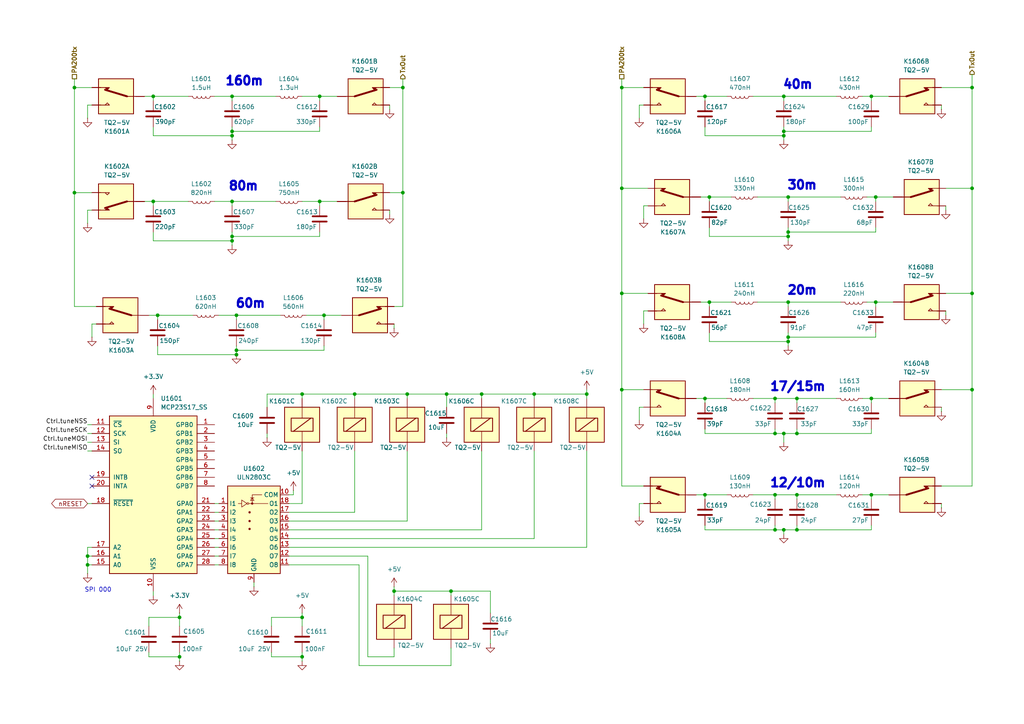
<source format=kicad_sch>
(kicad_sch (version 20250114) (generator "eeschema") (generator_version "9.0")
  (paper "A4")
  (lib_symbols
    (symbol "Device:C" (pin_numbers (hide yes)) (pin_names (offset 0.254))
      (property "Reference" "C" (at 0.635 2.54 0))
      (property "Value" "C" (at 0.635 -2.54 0))
      (symbol "C_1_1"
        (pin passive line (at 0 3.81 270) (length 2.794) (name "~") (number "1"))
        (pin passive line (at 0 -3.81 90) (length 2.794) (name "~") (number "2"))
      )
    )
    (symbol "Device:L" (pin_numbers (hide yes)) (pin_names (offset 1.016) (hide yes))
      (property "Reference" "L" (at -1.27 0 90))
      (property "Value" "L" (at 1.905 0 90))
      (symbol "L_1_1"
        (pin passive line (at 0 3.81 270) (length 1.27) (name "1") (number "1"))
        (pin passive line (at 0 -3.81 90) (length 1.27) (name "2") (number "2"))
      )
    )
    (symbol "Interface_Expansion:MCP23S17_SS" (pin_names (offset 1.016))
      (property "Reference" "U" (at -11.43 24.13 0))
      (property "Value" "MCP23S17_SS" (at 0 0 0))
      (symbol "MCP23S17_SS_1_1"
        (pin input line (at -17.78 20.32 0) (length 5.08) (name "~{CS}") (number "11"))
        (pin input line (at -17.78 17.78 0) (length 5.08) (name "SCK") (number "12"))
        (pin input line (at -17.78 15.24 0) (length 5.08) (name "SI") (number "13"))
        (pin output line (at -17.78 12.7 0) (length 5.08) (name "SO") (number "14"))
        (pin tri_state line (at -17.78 5.08 0) (length 5.08) (name "INTB") (number "19"))
        (pin tri_state line (at -17.78 2.54 0) (length 5.08) (name "INTA") (number "20"))
        (pin input line (at -17.78 -2.54 0) (length 5.08) (name "~{RESET}") (number "18"))
        (pin input line (at -17.78 -15.24 0) (length 5.08) (name "A2") (number "17"))
        (pin input line (at -17.78 -17.78 0) (length 5.08) (name "A1") (number "16"))
        (pin input line (at -17.78 -20.32 0) (length 5.08) (name "A0") (number "15"))
        (pin power_in line (at 0 27.94 270) (length 5.08) (name "VDD") (number "9"))
        (pin power_in line (at 0 -27.94 90) (length 5.08) (name "VSS") (number "10"))
        (pin bidirectional line (at 17.78 20.32 180) (length 5.08) (name "GPB0") (number "1"))
        (pin bidirectional line (at 17.78 17.78 180) (length 5.08) (name "GPB1") (number "2"))
        (pin bidirectional line (at 17.78 15.24 180) (length 5.08) (name "GPB2") (number "3"))
        (pin bidirectional line (at 17.78 12.7 180) (length 5.08) (name "GPB3") (number "4"))
        (pin bidirectional line (at 17.78 10.16 180) (length 5.08) (name "GPB4") (number "5"))
        (pin bidirectional line (at 17.78 7.62 180) (length 5.08) (name "GPB5") (number "6"))
        (pin bidirectional line (at 17.78 5.08 180) (length 5.08) (name "GPB6") (number "7"))
        (pin bidirectional line (at 17.78 2.54 180) (length 5.08) (name "GPB7") (number "8"))
        (pin bidirectional line (at 17.78 -2.54 180) (length 5.08) (name "GPA0") (number "21"))
        (pin bidirectional line (at 17.78 -5.08 180) (length 5.08) (name "GPA1") (number "22"))
        (pin bidirectional line (at 17.78 -7.62 180) (length 5.08) (name "GPA2") (number "23"))
        (pin bidirectional line (at 17.78 -10.16 180) (length 5.08) (name "GPA3") (number "24"))
        (pin bidirectional line (at 17.78 -12.7 180) (length 5.08) (name "GPA4") (number "25"))
        (pin bidirectional line (at 17.78 -15.24 180) (length 5.08) (name "GPA5") (number "26"))
        (pin bidirectional line (at 17.78 -17.78 180) (length 5.08) (name "GPA6") (number "27"))
        (pin bidirectional line (at 17.78 -20.32 180) (length 5.08) (name "GPA7") (number "28"))
      )
    )
    (symbol "Library:TQ2-5V" (pin_numbers (hide yes)) (pin_names (hide yes))
      (property "Reference" "K" (at 6.35 2.794 0))
      (property "Value" "TQ2-5V" (at 9.398 0.762 0))
      (symbol "TQ2-5V_1_1"
        (pin passive line (at -2.54 7.62 270) (length 2.54) (name "NC1") (number "5"))
        (pin passive line (at -2.54 7.62 270) (length 2.54) (name "~") (number "6"))
        (pin passive line (at 0 -7.62 90) (length 2.54) (name "~") (number "16"))
        (pin passive line (at 0 -7.62 90) (length 2.54) (name "T1") (number "3"))
        (pin passive line (at 0 -7.62 90) (length 2.54) (name "~") (number "4"))
        (pin passive line (at 2.54 7.62 270) (length 2.54) (name "NO1") (number "4"))
        (pin passive line (at 2.54 7.62 270) (length 2.54) (name "~") (number "9"))
      )
      (symbol "TQ2-5V_2_1"
        (pin passive line (at -2.54 7.62 270) (length 2.54) (name "~") (number "6"))
        (pin passive line (at -2.54 7.62 270) (length 2.54) (name "NC2") (number "8"))
        (pin passive line (at 0 -7.62 90) (length 2.54) (name "~") (number "16"))
        (pin passive line (at 0 -7.62 90) (length 2.54) (name "~") (number "4"))
        (pin passive line (at 0 -7.62 90) (length 2.54) (name "T2") (number "6"))
        (pin passive line (at 2.54 7.62 270) (length 2.54) (name "NO2") (number "9"))
        (pin passive line (at 2.54 7.62 270) (length 2.54) (name "~") (number "9"))
      )
      (symbol "TQ2-5V_3_1"
        (pin passive line (at 0 7.62 270) (length 2.54) (name "C1") (number "9"))
        (pin passive line (at 0 -7.62 90) (length 2.54) (name "C2") (number "10"))
      )
    )
    (symbol "TQ2-5V_1" (pin_numbers (hide yes)) (pin_names (hide yes))
      (property "Reference" "K" (at 6.35 2.794 0))
      (property "Value" "TQ2-5V" (at 9.398 0.762 0))
      (symbol "TQ2-5V_1_1_1"
        (pin passive line (at -2.54 7.62 270) (length 2.54) (name "NC1") (number "5"))
        (pin passive line (at -2.54 7.62 270) (length 2.54) (name "~") (number "6"))
        (pin passive line (at 0 -7.62 90) (length 2.54) (name "~") (number "16"))
        (pin passive line (at 0 -7.62 90) (length 2.54) (name "T1") (number "3"))
        (pin passive line (at 0 -7.62 90) (length 2.54) (name "~") (number "4"))
        (pin passive line (at 2.54 7.62 270) (length 2.54) (name "NO1") (number "4"))
        (pin passive line (at 2.54 7.62 270) (length 2.54) (name "~") (number "9"))
      )
      (symbol "TQ2-5V_1_2_1"
        (pin passive line (at -2.54 7.62 270) (length 2.54) (name "~") (number "6"))
        (pin passive line (at -2.54 7.62 270) (length 2.54) (name "NC2") (number "8"))
        (pin passive line (at 0 -7.62 90) (length 2.54) (name "~") (number "16"))
        (pin passive line (at 0 -7.62 90) (length 2.54) (name "~") (number "4"))
        (pin passive line (at 0 -7.62 90) (length 2.54) (name "T2") (number "6"))
        (pin passive line (at 2.54 7.62 270) (length 2.54) (name "NO2") (number "9"))
        (pin passive line (at 2.54 7.62 270) (length 2.54) (name "~") (number "9"))
      )
      (symbol "TQ2-5V_1_3_1"
        (pin passive line (at 0 7.62 270) (length 2.54) (name "C1") (number "9"))
        (pin passive line (at 0 -7.62 90) (length 2.54) (name "C2") (number "10"))
      )
    )
    (symbol "TQ2-5V_10" (pin_numbers (hide yes)) (pin_names (hide yes))
      (property "Reference" "K" (at 6.35 2.794 0))
      (property "Value" "TQ2-5V" (at 9.398 0.762 0))
      (symbol "TQ2-5V_10_1_1"
        (pin passive line (at -2.54 7.62 270) (length 2.54) (name "NC1") (number "5"))
        (pin passive line (at -2.54 7.62 270) (length 2.54) (name "~") (number "6"))
        (pin passive line (at 0 -7.62 90) (length 2.54) (name "~") (number "16"))
        (pin passive line (at 0 -7.62 90) (length 2.54) (name "T1") (number "3"))
        (pin passive line (at 0 -7.62 90) (length 2.54) (name "~") (number "4"))
        (pin passive line (at 2.54 7.62 270) (length 2.54) (name "NO1") (number "4"))
        (pin passive line (at 2.54 7.62 270) (length 2.54) (name "~") (number "9"))
      )
      (symbol "TQ2-5V_10_2_1"
        (pin passive line (at -2.54 7.62 270) (length 2.54) (name "~") (number "6"))
        (pin passive line (at -2.54 7.62 270) (length 2.54) (name "NC2") (number "8"))
        (pin passive line (at 0 -7.62 90) (length 2.54) (name "~") (number "16"))
        (pin passive line (at 0 -7.62 90) (length 2.54) (name "~") (number "4"))
        (pin passive line (at 0 -7.62 90) (length 2.54) (name "T2") (number "6"))
        (pin passive line (at 2.54 7.62 270) (length 2.54) (name "NO2") (number "9"))
        (pin passive line (at 2.54 7.62 270) (length 2.54) (name "~") (number "9"))
      )
      (symbol "TQ2-5V_10_3_1"
        (pin passive line (at 0 7.62 270) (length 2.54) (name "C1") (number "9"))
        (pin passive line (at 0 -7.62 90) (length 2.54) (name "C2") (number "10"))
      )
    )
    (symbol "TQ2-5V_11" (pin_numbers (hide yes)) (pin_names (hide yes))
      (property "Reference" "K" (at 6.35 2.794 0))
      (property "Value" "TQ2-5V" (at 9.398 0.762 0))
      (symbol "TQ2-5V_11_1_1"
        (pin passive line (at -2.54 7.62 270) (length 2.54) (name "NC1") (number "5"))
        (pin passive line (at -2.54 7.62 270) (length 2.54) (name "~") (number "6"))
        (pin passive line (at 0 -7.62 90) (length 2.54) (name "~") (number "16"))
        (pin passive line (at 0 -7.62 90) (length 2.54) (name "T1") (number "3"))
        (pin passive line (at 0 -7.62 90) (length 2.54) (name "~") (number "4"))
        (pin passive line (at 2.54 7.62 270) (length 2.54) (name "NO1") (number "4"))
        (pin passive line (at 2.54 7.62 270) (length 2.54) (name "~") (number "9"))
      )
      (symbol "TQ2-5V_11_2_1"
        (pin passive line (at -2.54 7.62 270) (length 2.54) (name "~") (number "6"))
        (pin passive line (at -2.54 7.62 270) (length 2.54) (name "NC2") (number "8"))
        (pin passive line (at 0 -7.62 90) (length 2.54) (name "~") (number "16"))
        (pin passive line (at 0 -7.62 90) (length 2.54) (name "~") (number "4"))
        (pin passive line (at 0 -7.62 90) (length 2.54) (name "T2") (number "6"))
        (pin passive line (at 2.54 7.62 270) (length 2.54) (name "NO2") (number "9"))
        (pin passive line (at 2.54 7.62 270) (length 2.54) (name "~") (number "9"))
      )
      (symbol "TQ2-5V_11_3_1"
        (pin passive line (at 0 7.62 270) (length 2.54) (name "C1") (number "9"))
        (pin passive line (at 0 -7.62 90) (length 2.54) (name "C2") (number "10"))
      )
    )
    (symbol "TQ2-5V_12" (pin_numbers (hide yes)) (pin_names (hide yes))
      (property "Reference" "K" (at 6.35 2.794 0))
      (property "Value" "TQ2-5V" (at 9.398 0.762 0))
      (symbol "TQ2-5V_12_1_1"
        (pin passive line (at -2.54 7.62 270) (length 2.54) (name "NC1") (number "5"))
        (pin passive line (at -2.54 7.62 270) (length 2.54) (name "~") (number "6"))
        (pin passive line (at 0 -7.62 90) (length 2.54) (name "~") (number "16"))
        (pin passive line (at 0 -7.62 90) (length 2.54) (name "T1") (number "3"))
        (pin passive line (at 0 -7.62 90) (length 2.54) (name "~") (number "4"))
        (pin passive line (at 2.54 7.62 270) (length 2.54) (name "NO1") (number "4"))
        (pin passive line (at 2.54 7.62 270) (length 2.54) (name "~") (number "9"))
      )
      (symbol "TQ2-5V_12_2_1"
        (pin passive line (at -2.54 7.62 270) (length 2.54) (name "~") (number "6"))
        (pin passive line (at -2.54 7.62 270) (length 2.54) (name "NC2") (number "8"))
        (pin passive line (at 0 -7.62 90) (length 2.54) (name "~") (number "16"))
        (pin passive line (at 0 -7.62 90) (length 2.54) (name "~") (number "4"))
        (pin passive line (at 0 -7.62 90) (length 2.54) (name "T2") (number "6"))
        (pin passive line (at 2.54 7.62 270) (length 2.54) (name "NO2") (number "9"))
        (pin passive line (at 2.54 7.62 270) (length 2.54) (name "~") (number "9"))
      )
      (symbol "TQ2-5V_12_3_1"
        (pin passive line (at 0 7.62 270) (length 2.54) (name "C1") (number "9"))
        (pin passive line (at 0 -7.62 90) (length 2.54) (name "C2") (number "10"))
      )
    )
    (symbol "TQ2-5V_13" (pin_numbers (hide yes)) (pin_names (hide yes))
      (property "Reference" "K" (at 6.35 2.794 0))
      (property "Value" "TQ2-5V" (at 9.398 0.762 0))
      (symbol "TQ2-5V_13_1_1"
        (pin passive line (at -2.54 7.62 270) (length 2.54) (name "NC1") (number "5"))
        (pin passive line (at -2.54 7.62 270) (length 2.54) (name "~") (number "6"))
        (pin passive line (at 0 -7.62 90) (length 2.54) (name "~") (number "16"))
        (pin passive line (at 0 -7.62 90) (length 2.54) (name "T1") (number "3"))
        (pin passive line (at 0 -7.62 90) (length 2.54) (name "~") (number "4"))
        (pin passive line (at 2.54 7.62 270) (length 2.54) (name "NO1") (number "4"))
        (pin passive line (at 2.54 7.62 270) (length 2.54) (name "~") (number "9"))
      )
      (symbol "TQ2-5V_13_2_1"
        (pin passive line (at -2.54 7.62 270) (length 2.54) (name "~") (number "6"))
        (pin passive line (at -2.54 7.62 270) (length 2.54) (name "NC2") (number "8"))
        (pin passive line (at 0 -7.62 90) (length 2.54) (name "~") (number "16"))
        (pin passive line (at 0 -7.62 90) (length 2.54) (name "~") (number "4"))
        (pin passive line (at 0 -7.62 90) (length 2.54) (name "T2") (number "6"))
        (pin passive line (at 2.54 7.62 270) (length 2.54) (name "NO2") (number "9"))
        (pin passive line (at 2.54 7.62 270) (length 2.54) (name "~") (number "9"))
      )
      (symbol "TQ2-5V_13_3_1"
        (pin passive line (at 0 7.62 270) (length 2.54) (name "C1") (number "9"))
        (pin passive line (at 0 -7.62 90) (length 2.54) (name "C2") (number "10"))
      )
    )
    (symbol "TQ2-5V_14" (pin_numbers (hide yes)) (pin_names (hide yes))
      (property "Reference" "K" (at 6.35 2.794 0))
      (property "Value" "TQ2-5V" (at 9.398 0.762 0))
      (symbol "TQ2-5V_14_1_1"
        (pin passive line (at -2.54 7.62 270) (length 2.54) (name "NC1") (number "5"))
        (pin passive line (at -2.54 7.62 270) (length 2.54) (name "~") (number "6"))
        (pin passive line (at 0 -7.62 90) (length 2.54) (name "~") (number "16"))
        (pin passive line (at 0 -7.62 90) (length 2.54) (name "T1") (number "3"))
        (pin passive line (at 0 -7.62 90) (length 2.54) (name "~") (number "4"))
        (pin passive line (at 2.54 7.62 270) (length 2.54) (name "NO1") (number "4"))
        (pin passive line (at 2.54 7.62 270) (length 2.54) (name "~") (number "9"))
      )
      (symbol "TQ2-5V_14_2_1"
        (pin passive line (at -2.54 7.62 270) (length 2.54) (name "~") (number "6"))
        (pin passive line (at -2.54 7.62 270) (length 2.54) (name "NC2") (number "8"))
        (pin passive line (at 0 -7.62 90) (length 2.54) (name "~") (number "16"))
        (pin passive line (at 0 -7.62 90) (length 2.54) (name "~") (number "4"))
        (pin passive line (at 0 -7.62 90) (length 2.54) (name "T2") (number "6"))
        (pin passive line (at 2.54 7.62 270) (length 2.54) (name "NO2") (number "9"))
        (pin passive line (at 2.54 7.62 270) (length 2.54) (name "~") (number "9"))
      )
      (symbol "TQ2-5V_14_3_1"
        (pin passive line (at 0 7.62 270) (length 2.54) (name "C1") (number "9"))
        (pin passive line (at 0 -7.62 90) (length 2.54) (name "C2") (number "10"))
      )
    )
    (symbol "TQ2-5V_15" (pin_numbers (hide yes)) (pin_names (hide yes))
      (property "Reference" "K" (at 6.35 2.794 0))
      (property "Value" "TQ2-5V" (at 9.398 0.762 0))
      (symbol "TQ2-5V_15_1_1"
        (pin passive line (at -2.54 7.62 270) (length 2.54) (name "NC1") (number "5"))
        (pin passive line (at -2.54 7.62 270) (length 2.54) (name "~") (number "6"))
        (pin passive line (at 0 -7.62 90) (length 2.54) (name "~") (number "16"))
        (pin passive line (at 0 -7.62 90) (length 2.54) (name "T1") (number "3"))
        (pin passive line (at 0 -7.62 90) (length 2.54) (name "~") (number "4"))
        (pin passive line (at 2.54 7.62 270) (length 2.54) (name "NO1") (number "4"))
        (pin passive line (at 2.54 7.62 270) (length 2.54) (name "~") (number "9"))
      )
      (symbol "TQ2-5V_15_2_1"
        (pin passive line (at -2.54 7.62 270) (length 2.54) (name "~") (number "6"))
        (pin passive line (at -2.54 7.62 270) (length 2.54) (name "NC2") (number "8"))
        (pin passive line (at 0 -7.62 90) (length 2.54) (name "~") (number "16"))
        (pin passive line (at 0 -7.62 90) (length 2.54) (name "~") (number "4"))
        (pin passive line (at 0 -7.62 90) (length 2.54) (name "T2") (number "6"))
        (pin passive line (at 2.54 7.62 270) (length 2.54) (name "NO2") (number "9"))
        (pin passive line (at 2.54 7.62 270) (length 2.54) (name "~") (number "9"))
      )
      (symbol "TQ2-5V_15_3_1"
        (pin passive line (at 0 7.62 270) (length 2.54) (name "C1") (number "9"))
        (pin passive line (at 0 -7.62 90) (length 2.54) (name "C2") (number "10"))
      )
    )
    (symbol "TQ2-5V_16" (pin_numbers (hide yes)) (pin_names (hide yes))
      (property "Reference" "K" (at 6.35 2.794 0))
      (property "Value" "TQ2-5V" (at 9.398 0.762 0))
      (symbol "TQ2-5V_16_1_1"
        (pin passive line (at -2.54 7.62 270) (length 2.54) (name "NC1") (number "5"))
        (pin passive line (at -2.54 7.62 270) (length 2.54) (name "~") (number "6"))
        (pin passive line (at 0 -7.62 90) (length 2.54) (name "~") (number "16"))
        (pin passive line (at 0 -7.62 90) (length 2.54) (name "T1") (number "3"))
        (pin passive line (at 0 -7.62 90) (length 2.54) (name "~") (number "4"))
        (pin passive line (at 2.54 7.62 270) (length 2.54) (name "NO1") (number "4"))
        (pin passive line (at 2.54 7.62 270) (length 2.54) (name "~") (number "9"))
      )
      (symbol "TQ2-5V_16_2_1"
        (pin passive line (at -2.54 7.62 270) (length 2.54) (name "~") (number "6"))
        (pin passive line (at -2.54 7.62 270) (length 2.54) (name "NC2") (number "8"))
        (pin passive line (at 0 -7.62 90) (length 2.54) (name "~") (number "16"))
        (pin passive line (at 0 -7.62 90) (length 2.54) (name "~") (number "4"))
        (pin passive line (at 0 -7.62 90) (length 2.54) (name "T2") (number "6"))
        (pin passive line (at 2.54 7.62 270) (length 2.54) (name "NO2") (number "9"))
        (pin passive line (at 2.54 7.62 270) (length 2.54) (name "~") (number "9"))
      )
      (symbol "TQ2-5V_16_3_1"
        (pin passive line (at 0 7.62 270) (length 2.54) (name "C1") (number "9"))
        (pin passive line (at 0 -7.62 90) (length 2.54) (name "C2") (number "10"))
      )
    )
    (symbol "TQ2-5V_17" (pin_numbers (hide yes)) (pin_names (hide yes))
      (property "Reference" "K" (at 6.35 2.794 0))
      (property "Value" "TQ2-5V" (at 9.398 0.762 0))
      (symbol "TQ2-5V_17_1_1"
        (pin passive line (at -2.54 7.62 270) (length 2.54) (name "NC1") (number "5"))
        (pin passive line (at -2.54 7.62 270) (length 2.54) (name "~") (number "6"))
        (pin passive line (at 0 -7.62 90) (length 2.54) (name "~") (number "16"))
        (pin passive line (at 0 -7.62 90) (length 2.54) (name "T1") (number "3"))
        (pin passive line (at 0 -7.62 90) (length 2.54) (name "~") (number "4"))
        (pin passive line (at 2.54 7.62 270) (length 2.54) (name "NO1") (number "4"))
        (pin passive line (at 2.54 7.62 270) (length 2.54) (name "~") (number "9"))
      )
      (symbol "TQ2-5V_17_2_1"
        (pin passive line (at -2.54 7.62 270) (length 2.54) (name "~") (number "6"))
        (pin passive line (at -2.54 7.62 270) (length 2.54) (name "NC2") (number "8"))
        (pin passive line (at 0 -7.62 90) (length 2.54) (name "~") (number "16"))
        (pin passive line (at 0 -7.62 90) (length 2.54) (name "~") (number "4"))
        (pin passive line (at 0 -7.62 90) (length 2.54) (name "T2") (number "6"))
        (pin passive line (at 2.54 7.62 270) (length 2.54) (name "NO2") (number "9"))
        (pin passive line (at 2.54 7.62 270) (length 2.54) (name "~") (number "9"))
      )
      (symbol "TQ2-5V_17_3_1"
        (pin passive line (at 0 7.62 270) (length 2.54) (name "C1") (number "9"))
        (pin passive line (at 0 -7.62 90) (length 2.54) (name "C2") (number "10"))
      )
    )
    (symbol "TQ2-5V_18" (pin_numbers (hide yes)) (pin_names (hide yes))
      (property "Reference" "K" (at 6.35 2.794 0))
      (property "Value" "TQ2-5V" (at 9.398 0.762 0))
      (symbol "TQ2-5V_18_1_1"
        (pin passive line (at -2.54 7.62 270) (length 2.54) (name "NC1") (number "5"))
        (pin passive line (at -2.54 7.62 270) (length 2.54) (name "~") (number "6"))
        (pin passive line (at 0 -7.62 90) (length 2.54) (name "~") (number "16"))
        (pin passive line (at 0 -7.62 90) (length 2.54) (name "T1") (number "3"))
        (pin passive line (at 0 -7.62 90) (length 2.54) (name "~") (number "4"))
        (pin passive line (at 2.54 7.62 270) (length 2.54) (name "NO1") (number "4"))
        (pin passive line (at 2.54 7.62 270) (length 2.54) (name "~") (number "9"))
      )
      (symbol "TQ2-5V_18_2_1"
        (pin passive line (at -2.54 7.62 270) (length 2.54) (name "~") (number "6"))
        (pin passive line (at -2.54 7.62 270) (length 2.54) (name "NC2") (number "8"))
        (pin passive line (at 0 -7.62 90) (length 2.54) (name "~") (number "16"))
        (pin passive line (at 0 -7.62 90) (length 2.54) (name "~") (number "4"))
        (pin passive line (at 0 -7.62 90) (length 2.54) (name "T2") (number "6"))
        (pin passive line (at 2.54 7.62 270) (length 2.54) (name "NO2") (number "9"))
        (pin passive line (at 2.54 7.62 270) (length 2.54) (name "~") (number "9"))
      )
      (symbol "TQ2-5V_18_3_1"
        (pin passive line (at 0 7.62 270) (length 2.54) (name "C1") (number "9"))
        (pin passive line (at 0 -7.62 90) (length 2.54) (name "C2") (number "10"))
      )
    )
    (symbol "TQ2-5V_19" (pin_numbers (hide yes)) (pin_names (hide yes))
      (property "Reference" "K" (at 6.35 2.794 0))
      (property "Value" "TQ2-5V" (at 9.398 0.762 0))
      (symbol "TQ2-5V_19_1_1"
        (pin passive line (at -2.54 7.62 270) (length 2.54) (name "NC1") (number "5"))
        (pin passive line (at -2.54 7.62 270) (length 2.54) (name "~") (number "6"))
        (pin passive line (at 0 -7.62 90) (length 2.54) (name "~") (number "16"))
        (pin passive line (at 0 -7.62 90) (length 2.54) (name "T1") (number "3"))
        (pin passive line (at 0 -7.62 90) (length 2.54) (name "~") (number "4"))
        (pin passive line (at 2.54 7.62 270) (length 2.54) (name "NO1") (number "4"))
        (pin passive line (at 2.54 7.62 270) (length 2.54) (name "~") (number "9"))
      )
      (symbol "TQ2-5V_19_2_1"
        (pin passive line (at -2.54 7.62 270) (length 2.54) (name "~") (number "6"))
        (pin passive line (at -2.54 7.62 270) (length 2.54) (name "NC2") (number "8"))
        (pin passive line (at 0 -7.62 90) (length 2.54) (name "~") (number "16"))
        (pin passive line (at 0 -7.62 90) (length 2.54) (name "~") (number "4"))
        (pin passive line (at 0 -7.62 90) (length 2.54) (name "T2") (number "6"))
        (pin passive line (at 2.54 7.62 270) (length 2.54) (name "NO2") (number "9"))
        (pin passive line (at 2.54 7.62 270) (length 2.54) (name "~") (number "9"))
      )
      (symbol "TQ2-5V_19_3_1"
        (pin passive line (at 0 7.62 270) (length 2.54) (name "C1") (number "9"))
        (pin passive line (at 0 -7.62 90) (length 2.54) (name "C2") (number "10"))
      )
    )
    (symbol "TQ2-5V_2" (pin_numbers (hide yes)) (pin_names (hide yes))
      (property "Reference" "K" (at 6.35 2.794 0))
      (property "Value" "TQ2-5V" (at 9.398 0.762 0))
      (symbol "TQ2-5V_2_1_1"
        (pin passive line (at -2.54 7.62 270) (length 2.54) (name "NC1") (number "5"))
        (pin passive line (at -2.54 7.62 270) (length 2.54) (name "~") (number "6"))
        (pin passive line (at 0 -7.62 90) (length 2.54) (name "~") (number "16"))
        (pin passive line (at 0 -7.62 90) (length 2.54) (name "T1") (number "3"))
        (pin passive line (at 0 -7.62 90) (length 2.54) (name "~") (number "4"))
        (pin passive line (at 2.54 7.62 270) (length 2.54) (name "NO1") (number "4"))
        (pin passive line (at 2.54 7.62 270) (length 2.54) (name "~") (number "9"))
      )
      (symbol "TQ2-5V_2_2_1"
        (pin passive line (at -2.54 7.62 270) (length 2.54) (name "~") (number "6"))
        (pin passive line (at -2.54 7.62 270) (length 2.54) (name "NC2") (number "8"))
        (pin passive line (at 0 -7.62 90) (length 2.54) (name "~") (number "16"))
        (pin passive line (at 0 -7.62 90) (length 2.54) (name "~") (number "4"))
        (pin passive line (at 0 -7.62 90) (length 2.54) (name "T2") (number "6"))
        (pin passive line (at 2.54 7.62 270) (length 2.54) (name "NO2") (number "9"))
        (pin passive line (at 2.54 7.62 270) (length 2.54) (name "~") (number "9"))
      )
      (symbol "TQ2-5V_2_3_1"
        (pin passive line (at 0 7.62 270) (length 2.54) (name "C1") (number "9"))
        (pin passive line (at 0 -7.62 90) (length 2.54) (name "C2") (number "10"))
      )
    )
    (symbol "TQ2-5V_20" (pin_numbers (hide yes)) (pin_names (hide yes))
      (property "Reference" "K" (at 6.35 2.794 0))
      (property "Value" "TQ2-5V" (at 9.398 0.762 0))
      (symbol "TQ2-5V_20_1_1"
        (pin passive line (at -2.54 7.62 270) (length 2.54) (name "NC1") (number "5"))
        (pin passive line (at -2.54 7.62 270) (length 2.54) (name "~") (number "6"))
        (pin passive line (at 0 -7.62 90) (length 2.54) (name "~") (number "16"))
        (pin passive line (at 0 -7.62 90) (length 2.54) (name "T1") (number "3"))
        (pin passive line (at 0 -7.62 90) (length 2.54) (name "~") (number "4"))
        (pin passive line (at 2.54 7.62 270) (length 2.54) (name "NO1") (number "4"))
        (pin passive line (at 2.54 7.62 270) (length 2.54) (name "~") (number "9"))
      )
      (symbol "TQ2-5V_20_2_1"
        (pin passive line (at -2.54 7.62 270) (length 2.54) (name "~") (number "6"))
        (pin passive line (at -2.54 7.62 270) (length 2.54) (name "NC2") (number "8"))
        (pin passive line (at 0 -7.62 90) (length 2.54) (name "~") (number "16"))
        (pin passive line (at 0 -7.62 90) (length 2.54) (name "~") (number "4"))
        (pin passive line (at 0 -7.62 90) (length 2.54) (name "T2") (number "6"))
        (pin passive line (at 2.54 7.62 270) (length 2.54) (name "NO2") (number "9"))
        (pin passive line (at 2.54 7.62 270) (length 2.54) (name "~") (number "9"))
      )
      (symbol "TQ2-5V_20_3_1"
        (pin passive line (at 0 7.62 270) (length 2.54) (name "C1") (number "9"))
        (pin passive line (at 0 -7.62 90) (length 2.54) (name "C2") (number "10"))
      )
    )
    (symbol "TQ2-5V_21" (pin_numbers (hide yes)) (pin_names (hide yes))
      (property "Reference" "K" (at 6.35 2.794 0))
      (property "Value" "TQ2-5V" (at 9.398 0.762 0))
      (symbol "TQ2-5V_21_1_1"
        (pin passive line (at -2.54 7.62 270) (length 2.54) (name "NC1") (number "5"))
        (pin passive line (at -2.54 7.62 270) (length 2.54) (name "~") (number "6"))
        (pin passive line (at 0 -7.62 90) (length 2.54) (name "~") (number "16"))
        (pin passive line (at 0 -7.62 90) (length 2.54) (name "T1") (number "3"))
        (pin passive line (at 0 -7.62 90) (length 2.54) (name "~") (number "4"))
        (pin passive line (at 2.54 7.62 270) (length 2.54) (name "NO1") (number "4"))
        (pin passive line (at 2.54 7.62 270) (length 2.54) (name "~") (number "9"))
      )
      (symbol "TQ2-5V_21_2_1"
        (pin passive line (at -2.54 7.62 270) (length 2.54) (name "~") (number "6"))
        (pin passive line (at -2.54 7.62 270) (length 2.54) (name "NC2") (number "8"))
        (pin passive line (at 0 -7.62 90) (length 2.54) (name "~") (number "16"))
        (pin passive line (at 0 -7.62 90) (length 2.54) (name "~") (number "4"))
        (pin passive line (at 0 -7.62 90) (length 2.54) (name "T2") (number "6"))
        (pin passive line (at 2.54 7.62 270) (length 2.54) (name "NO2") (number "9"))
        (pin passive line (at 2.54 7.62 270) (length 2.54) (name "~") (number "9"))
      )
      (symbol "TQ2-5V_21_3_1"
        (pin passive line (at 0 7.62 270) (length 2.54) (name "C1") (number "9"))
        (pin passive line (at 0 -7.62 90) (length 2.54) (name "C2") (number "10"))
      )
    )
    (symbol "TQ2-5V_22" (pin_numbers (hide yes)) (pin_names (hide yes))
      (property "Reference" "K" (at 6.35 2.794 0))
      (property "Value" "TQ2-5V" (at 9.398 0.762 0))
      (symbol "TQ2-5V_22_1_1"
        (pin passive line (at -2.54 7.62 270) (length 2.54) (name "NC1") (number "5"))
        (pin passive line (at -2.54 7.62 270) (length 2.54) (name "~") (number "6"))
        (pin passive line (at 0 -7.62 90) (length 2.54) (name "~") (number "16"))
        (pin passive line (at 0 -7.62 90) (length 2.54) (name "T1") (number "3"))
        (pin passive line (at 0 -7.62 90) (length 2.54) (name "~") (number "4"))
        (pin passive line (at 2.54 7.62 270) (length 2.54) (name "NO1") (number "4"))
        (pin passive line (at 2.54 7.62 270) (length 2.54) (name "~") (number "9"))
      )
      (symbol "TQ2-5V_22_2_1"
        (pin passive line (at -2.54 7.62 270) (length 2.54) (name "~") (number "6"))
        (pin passive line (at -2.54 7.62 270) (length 2.54) (name "NC2") (number "8"))
        (pin passive line (at 0 -7.62 90) (length 2.54) (name "~") (number "16"))
        (pin passive line (at 0 -7.62 90) (length 2.54) (name "~") (number "4"))
        (pin passive line (at 0 -7.62 90) (length 2.54) (name "T2") (number "6"))
        (pin passive line (at 2.54 7.62 270) (length 2.54) (name "NO2") (number "9"))
        (pin passive line (at 2.54 7.62 270) (length 2.54) (name "~") (number "9"))
      )
      (symbol "TQ2-5V_22_3_1"
        (pin passive line (at 0 7.62 270) (length 2.54) (name "C1") (number "9"))
        (pin passive line (at 0 -7.62 90) (length 2.54) (name "C2") (number "10"))
      )
    )
    (symbol "TQ2-5V_23" (pin_numbers (hide yes)) (pin_names (hide yes))
      (property "Reference" "K" (at 6.35 2.794 0))
      (property "Value" "TQ2-5V" (at 9.398 0.762 0))
      (symbol "TQ2-5V_23_1_1"
        (pin passive line (at -2.54 7.62 270) (length 2.54) (name "NC1") (number "5"))
        (pin passive line (at -2.54 7.62 270) (length 2.54) (name "~") (number "6"))
        (pin passive line (at 0 -7.62 90) (length 2.54) (name "~") (number "16"))
        (pin passive line (at 0 -7.62 90) (length 2.54) (name "T1") (number "3"))
        (pin passive line (at 0 -7.62 90) (length 2.54) (name "~") (number "4"))
        (pin passive line (at 2.54 7.62 270) (length 2.54) (name "NO1") (number "4"))
        (pin passive line (at 2.54 7.62 270) (length 2.54) (name "~") (number "9"))
      )
      (symbol "TQ2-5V_23_2_1"
        (pin passive line (at -2.54 7.62 270) (length 2.54) (name "~") (number "6"))
        (pin passive line (at -2.54 7.62 270) (length 2.54) (name "NC2") (number "8"))
        (pin passive line (at 0 -7.62 90) (length 2.54) (name "~") (number "16"))
        (pin passive line (at 0 -7.62 90) (length 2.54) (name "~") (number "4"))
        (pin passive line (at 0 -7.62 90) (length 2.54) (name "T2") (number "6"))
        (pin passive line (at 2.54 7.62 270) (length 2.54) (name "NO2") (number "9"))
        (pin passive line (at 2.54 7.62 270) (length 2.54) (name "~") (number "9"))
      )
      (symbol "TQ2-5V_23_3_1"
        (pin passive line (at 0 7.62 270) (length 2.54) (name "C1") (number "9"))
        (pin passive line (at 0 -7.62 90) (length 2.54) (name "C2") (number "10"))
      )
    )
    (symbol "TQ2-5V_3" (pin_numbers (hide yes)) (pin_names (hide yes))
      (property "Reference" "K" (at 6.35 2.794 0))
      (property "Value" "TQ2-5V" (at 9.398 0.762 0))
      (symbol "TQ2-5V_3_1_1"
        (pin passive line (at -2.54 7.62 270) (length 2.54) (name "NC1") (number "5"))
        (pin passive line (at -2.54 7.62 270) (length 2.54) (name "~") (number "6"))
        (pin passive line (at 0 -7.62 90) (length 2.54) (name "~") (number "16"))
        (pin passive line (at 0 -7.62 90) (length 2.54) (name "T1") (number "3"))
        (pin passive line (at 0 -7.62 90) (length 2.54) (name "~") (number "4"))
        (pin passive line (at 2.54 7.62 270) (length 2.54) (name "NO1") (number "4"))
        (pin passive line (at 2.54 7.62 270) (length 2.54) (name "~") (number "9"))
      )
      (symbol "TQ2-5V_3_2_1"
        (pin passive line (at -2.54 7.62 270) (length 2.54) (name "~") (number "6"))
        (pin passive line (at -2.54 7.62 270) (length 2.54) (name "NC2") (number "8"))
        (pin passive line (at 0 -7.62 90) (length 2.54) (name "~") (number "16"))
        (pin passive line (at 0 -7.62 90) (length 2.54) (name "~") (number "4"))
        (pin passive line (at 0 -7.62 90) (length 2.54) (name "T2") (number "6"))
        (pin passive line (at 2.54 7.62 270) (length 2.54) (name "NO2") (number "9"))
        (pin passive line (at 2.54 7.62 270) (length 2.54) (name "~") (number "9"))
      )
      (symbol "TQ2-5V_3_3_1"
        (pin passive line (at 0 7.62 270) (length 2.54) (name "C1") (number "9"))
        (pin passive line (at 0 -7.62 90) (length 2.54) (name "C2") (number "10"))
      )
    )
    (symbol "TQ2-5V_4" (pin_numbers (hide yes)) (pin_names (hide yes))
      (property "Reference" "K" (at 6.35 2.794 0))
      (property "Value" "TQ2-5V" (at 9.398 0.762 0))
      (symbol "TQ2-5V_4_1_1"
        (pin passive line (at -2.54 7.62 270) (length 2.54) (name "NC1") (number "5"))
        (pin passive line (at -2.54 7.62 270) (length 2.54) (name "~") (number "6"))
        (pin passive line (at 0 -7.62 90) (length 2.54) (name "~") (number "16"))
        (pin passive line (at 0 -7.62 90) (length 2.54) (name "T1") (number "3"))
        (pin passive line (at 0 -7.62 90) (length 2.54) (name "~") (number "4"))
        (pin passive line (at 2.54 7.62 270) (length 2.54) (name "NO1") (number "4"))
        (pin passive line (at 2.54 7.62 270) (length 2.54) (name "~") (number "9"))
      )
      (symbol "TQ2-5V_4_2_1"
        (pin passive line (at -2.54 7.62 270) (length 2.54) (name "~") (number "6"))
        (pin passive line (at -2.54 7.62 270) (length 2.54) (name "NC2") (number "8"))
        (pin passive line (at 0 -7.62 90) (length 2.54) (name "~") (number "16"))
        (pin passive line (at 0 -7.62 90) (length 2.54) (name "~") (number "4"))
        (pin passive line (at 0 -7.62 90) (length 2.54) (name "T2") (number "6"))
        (pin passive line (at 2.54 7.62 270) (length 2.54) (name "NO2") (number "9"))
        (pin passive line (at 2.54 7.62 270) (length 2.54) (name "~") (number "9"))
      )
      (symbol "TQ2-5V_4_3_1"
        (pin passive line (at 0 7.62 270) (length 2.54) (name "C1") (number "9"))
        (pin passive line (at 0 -7.62 90) (length 2.54) (name "C2") (number "10"))
      )
    )
    (symbol "TQ2-5V_5" (pin_numbers (hide yes)) (pin_names (hide yes))
      (property "Reference" "K" (at 6.35 2.794 0))
      (property "Value" "TQ2-5V" (at 9.398 0.762 0))
      (symbol "TQ2-5V_5_1_1"
        (pin passive line (at -2.54 7.62 270) (length 2.54) (name "NC1") (number "5"))
        (pin passive line (at -2.54 7.62 270) (length 2.54) (name "~") (number "6"))
        (pin passive line (at 0 -7.62 90) (length 2.54) (name "~") (number "16"))
        (pin passive line (at 0 -7.62 90) (length 2.54) (name "T1") (number "3"))
        (pin passive line (at 0 -7.62 90) (length 2.54) (name "~") (number "4"))
        (pin passive line (at 2.54 7.62 270) (length 2.54) (name "NO1") (number "4"))
        (pin passive line (at 2.54 7.62 270) (length 2.54) (name "~") (number "9"))
      )
      (symbol "TQ2-5V_5_2_1"
        (pin passive line (at -2.54 7.62 270) (length 2.54) (name "~") (number "6"))
        (pin passive line (at -2.54 7.62 270) (length 2.54) (name "NC2") (number "8"))
        (pin passive line (at 0 -7.62 90) (length 2.54) (name "~") (number "16"))
        (pin passive line (at 0 -7.62 90) (length 2.54) (name "~") (number "4"))
        (pin passive line (at 0 -7.62 90) (length 2.54) (name "T2") (number "6"))
        (pin passive line (at 2.54 7.62 270) (length 2.54) (name "NO2") (number "9"))
        (pin passive line (at 2.54 7.62 270) (length 2.54) (name "~") (number "9"))
      )
      (symbol "TQ2-5V_5_3_1"
        (pin passive line (at 0 7.62 270) (length 2.54) (name "C1") (number "9"))
        (pin passive line (at 0 -7.62 90) (length 2.54) (name "C2") (number "10"))
      )
    )
    (symbol "TQ2-5V_6" (pin_numbers (hide yes)) (pin_names (hide yes))
      (property "Reference" "K" (at 6.35 2.794 0))
      (property "Value" "TQ2-5V" (at 9.398 0.762 0))
      (symbol "TQ2-5V_6_1_1"
        (pin passive line (at -2.54 7.62 270) (length 2.54) (name "NC1") (number "5"))
        (pin passive line (at -2.54 7.62 270) (length 2.54) (name "~") (number "6"))
        (pin passive line (at 0 -7.62 90) (length 2.54) (name "~") (number "16"))
        (pin passive line (at 0 -7.62 90) (length 2.54) (name "T1") (number "3"))
        (pin passive line (at 0 -7.62 90) (length 2.54) (name "~") (number "4"))
        (pin passive line (at 2.54 7.62 270) (length 2.54) (name "NO1") (number "4"))
        (pin passive line (at 2.54 7.62 270) (length 2.54) (name "~") (number "9"))
      )
      (symbol "TQ2-5V_6_2_1"
        (pin passive line (at -2.54 7.62 270) (length 2.54) (name "~") (number "6"))
        (pin passive line (at -2.54 7.62 270) (length 2.54) (name "NC2") (number "8"))
        (pin passive line (at 0 -7.62 90) (length 2.54) (name "~") (number "16"))
        (pin passive line (at 0 -7.62 90) (length 2.54) (name "~") (number "4"))
        (pin passive line (at 0 -7.62 90) (length 2.54) (name "T2") (number "6"))
        (pin passive line (at 2.54 7.62 270) (length 2.54) (name "NO2") (number "9"))
        (pin passive line (at 2.54 7.62 270) (length 2.54) (name "~") (number "9"))
      )
      (symbol "TQ2-5V_6_3_1"
        (pin passive line (at 0 7.62 270) (length 2.54) (name "C1") (number "9"))
        (pin passive line (at 0 -7.62 90) (length 2.54) (name "C2") (number "10"))
      )
    )
    (symbol "TQ2-5V_7" (pin_numbers (hide yes)) (pin_names (hide yes))
      (property "Reference" "K" (at 6.35 2.794 0))
      (property "Value" "TQ2-5V" (at 9.398 0.762 0))
      (symbol "TQ2-5V_7_1_1"
        (pin passive line (at -2.54 7.62 270) (length 2.54) (name "NC1") (number "5"))
        (pin passive line (at -2.54 7.62 270) (length 2.54) (name "~") (number "6"))
        (pin passive line (at 0 -7.62 90) (length 2.54) (name "~") (number "16"))
        (pin passive line (at 0 -7.62 90) (length 2.54) (name "T1") (number "3"))
        (pin passive line (at 0 -7.62 90) (length 2.54) (name "~") (number "4"))
        (pin passive line (at 2.54 7.62 270) (length 2.54) (name "NO1") (number "4"))
        (pin passive line (at 2.54 7.62 270) (length 2.54) (name "~") (number "9"))
      )
      (symbol "TQ2-5V_7_2_1"
        (pin passive line (at -2.54 7.62 270) (length 2.54) (name "~") (number "6"))
        (pin passive line (at -2.54 7.62 270) (length 2.54) (name "NC2") (number "8"))
        (pin passive line (at 0 -7.62 90) (length 2.54) (name "~") (number "16"))
        (pin passive line (at 0 -7.62 90) (length 2.54) (name "~") (number "4"))
        (pin passive line (at 0 -7.62 90) (length 2.54) (name "T2") (number "6"))
        (pin passive line (at 2.54 7.62 270) (length 2.54) (name "NO2") (number "9"))
        (pin passive line (at 2.54 7.62 270) (length 2.54) (name "~") (number "9"))
      )
      (symbol "TQ2-5V_7_3_1"
        (pin passive line (at 0 7.62 270) (length 2.54) (name "C1") (number "9"))
        (pin passive line (at 0 -7.62 90) (length 2.54) (name "C2") (number "10"))
      )
    )
    (symbol "TQ2-5V_8" (pin_numbers (hide yes)) (pin_names (hide yes))
      (property "Reference" "K" (at 6.35 2.794 0))
      (property "Value" "TQ2-5V" (at 9.398 0.762 0))
      (symbol "TQ2-5V_8_1_1"
        (pin passive line (at -2.54 7.62 270) (length 2.54) (name "NC1") (number "5"))
        (pin passive line (at -2.54 7.62 270) (length 2.54) (name "~") (number "6"))
        (pin passive line (at 0 -7.62 90) (length 2.54) (name "~") (number "16"))
        (pin passive line (at 0 -7.62 90) (length 2.54) (name "T1") (number "3"))
        (pin passive line (at 0 -7.62 90) (length 2.54) (name "~") (number "4"))
        (pin passive line (at 2.54 7.62 270) (length 2.54) (name "NO1") (number "4"))
        (pin passive line (at 2.54 7.62 270) (length 2.54) (name "~") (number "9"))
      )
      (symbol "TQ2-5V_8_2_1"
        (pin passive line (at -2.54 7.62 270) (length 2.54) (name "~") (number "6"))
        (pin passive line (at -2.54 7.62 270) (length 2.54) (name "NC2") (number "8"))
        (pin passive line (at 0 -7.62 90) (length 2.54) (name "~") (number "16"))
        (pin passive line (at 0 -7.62 90) (length 2.54) (name "~") (number "4"))
        (pin passive line (at 0 -7.62 90) (length 2.54) (name "T2") (number "6"))
        (pin passive line (at 2.54 7.62 270) (length 2.54) (name "NO2") (number "9"))
        (pin passive line (at 2.54 7.62 270) (length 2.54) (name "~") (number "9"))
      )
      (symbol "TQ2-5V_8_3_1"
        (pin passive line (at 0 7.62 270) (length 2.54) (name "C1") (number "9"))
        (pin passive line (at 0 -7.62 90) (length 2.54) (name "C2") (number "10"))
      )
    )
    (symbol "TQ2-5V_9" (pin_numbers (hide yes)) (pin_names (hide yes))
      (property "Reference" "K" (at 6.35 2.794 0))
      (property "Value" "TQ2-5V" (at 9.398 0.762 0))
      (symbol "TQ2-5V_9_1_1"
        (pin passive line (at -2.54 7.62 270) (length 2.54) (name "NC1") (number "5"))
        (pin passive line (at -2.54 7.62 270) (length 2.54) (name "~") (number "6"))
        (pin passive line (at 0 -7.62 90) (length 2.54) (name "~") (number "16"))
        (pin passive line (at 0 -7.62 90) (length 2.54) (name "T1") (number "3"))
        (pin passive line (at 0 -7.62 90) (length 2.54) (name "~") (number "4"))
        (pin passive line (at 2.54 7.62 270) (length 2.54) (name "NO1") (number "4"))
        (pin passive line (at 2.54 7.62 270) (length 2.54) (name "~") (number "9"))
      )
      (symbol "TQ2-5V_9_2_1"
        (pin passive line (at -2.54 7.62 270) (length 2.54) (name "~") (number "6"))
        (pin passive line (at -2.54 7.62 270) (length 2.54) (name "NC2") (number "8"))
        (pin passive line (at 0 -7.62 90) (length 2.54) (name "~") (number "16"))
        (pin passive line (at 0 -7.62 90) (length 2.54) (name "~") (number "4"))
        (pin passive line (at 0 -7.62 90) (length 2.54) (name "T2") (number "6"))
        (pin passive line (at 2.54 7.62 270) (length 2.54) (name "NO2") (number "9"))
        (pin passive line (at 2.54 7.62 270) (length 2.54) (name "~") (number "9"))
      )
      (symbol "TQ2-5V_9_3_1"
        (pin passive line (at 0 7.62 270) (length 2.54) (name "C1") (number "9"))
        (pin passive line (at 0 -7.62 90) (length 2.54) (name "C2") (number "10"))
      )
    )
    (symbol "Transistor_Array:ULN2803A"
      (property "Reference" "U" (at 0 13.335 0))
      (property "Value" "ULN2803A" (at 0 11.43 0))
      (symbol "ULN2803A_1_1"
        (pin input line (at -10.16 5.08 0) (length 2.54) (name "I1") (number "1"))
        (pin input line (at -10.16 2.54 0) (length 2.54) (name "I2") (number "2"))
        (pin input line (at -10.16 0 0) (length 2.54) (name "I3") (number "3"))
        (pin input line (at -10.16 -2.54 0) (length 2.54) (name "I4") (number "4"))
        (pin input line (at -10.16 -5.08 0) (length 2.54) (name "I5") (number "5"))
        (pin input line (at -10.16 -7.62 0) (length 2.54) (name "I6") (number "6"))
        (pin input line (at -10.16 -10.16 0) (length 2.54) (name "I7") (number "7"))
        (pin input line (at -10.16 -12.7 0) (length 2.54) (name "I8") (number "8"))
        (pin power_in line (at 0 -17.78 90) (length 2.54) (name "GND") (number "9"))
        (pin passive line (at 10.16 7.62 180) (length 2.54) (name "COM") (number "10"))
        (pin open_collector line (at 10.16 5.08 180) (length 2.54) (name "O1") (number "18"))
        (pin open_collector line (at 10.16 2.54 180) (length 2.54) (name "O2") (number "17"))
        (pin open_collector line (at 10.16 0 180) (length 2.54) (name "O3") (number "16"))
        (pin open_collector line (at 10.16 -2.54 180) (length 2.54) (name "O4") (number "15"))
        (pin open_collector line (at 10.16 -5.08 180) (length 2.54) (name "O5") (number "14"))
        (pin open_collector line (at 10.16 -7.62 180) (length 2.54) (name "O6") (number "13"))
        (pin open_collector line (at 10.16 -10.16 180) (length 2.54) (name "O7") (number "12"))
        (pin open_collector line (at 10.16 -12.7 180) (length 2.54) (name "O8") (number "11"))
      )
    )
    (symbol "power:+5V" (power) (pin_numbers (hide yes)) (pin_names (offset 0) (hide yes))
      (property "Value" "+5V" (at 0 3.556 0))
      (symbol "+5V_1_1"
        (pin power_in line (at 0 0 90) (length 0) (name "~") (number "1"))
      )
    )
    (symbol "power:GND" (power) (pin_numbers (hide yes)) (pin_names (offset 0) (hide yes))
      (property "Value" "GND" (at 0 -3.81 0))
      (symbol "GND_1_1"
        (pin power_in line (at 0 0 270) (length 0) (name "~") (number "1"))
      )
    )
  )
  (text "60m" (at 72.644 88.138 0) (effects (font (size 2.54 2.54) (thickness 0.762) (bold yes))))
  (text "40m" (at 231.394 24.638 0) (effects (font (size 2.54 2.54) (thickness 0.762) (bold yes))))
  (text "80m" (at 70.612 54.102 0) (effects (font (size 2.54 2.54) (thickness 0.762) (bold yes))))
  (text "20m" (at 232.664 84.328 0) (effects (font (size 2.54 2.54) (thickness 0.762) (bold yes))))
  (text "SPI 000" (at 28.448 171.196 0) (effects (font (size 1.27 1.27))))
  (text "30m" (at 232.664 53.848 0) (effects (font (size 2.54 2.54) (thickness 0.762) (bold yes))))
  (text "17/15m" (at 231.394 112.268 0) (effects (font (size 2.54 2.54) (thickness 0.762) (bold yes))))
  (text "12/10m" (at 231.394 140.208 0) (effects (font (size 2.54 2.54) (thickness 0.762) (bold yes))))
  (text "160m" (at 70.866 23.622 0) (effects (font (size 2.54 2.54) (thickness 0.762) (bold yes))))
  (junction (at 52.07 190.5))
  (junction (at 227.33 125.73))
  (junction (at 254 87.63))
  (junction (at 52.07 179.07))
  (junction (at 25.4 163.83))
  (junction (at 116.84 25.4))
  (junction (at 180.34 25.4))
  (junction (at 67.31 39.37))
  (junction (at 281.94 25.4))
  (junction (at 205.74 57.15))
  (junction (at 87.63 114.3))
  (junction (at 228.6 97.79))
  (junction (at 227.33 38.1))
  (junction (at 67.31 38.1))
  (junction (at 252.73 115.57))
  (junction (at 224.79 143.51))
  (junction (at 228.6 99.06))
  (junction (at 281.94 113.03))
  (junction (at 281.94 54.61))
  (junction (at 228.6 67.31))
  (junction (at 25.4 161.29))
  (junction (at 204.47 143.51))
  (junction (at 129.54 114.3))
  (junction (at 67.31 27.94))
  (junction (at 252.73 27.94))
  (junction (at 254 57.15))
  (junction (at 228.6 68.58))
  (junction (at 67.31 58.42))
  (junction (at 67.31 68.58))
  (junction (at 180.34 113.03))
  (junction (at 228.6 57.15))
  (junction (at 93.98 91.44))
  (junction (at 45.72 91.44))
  (junction (at 44.45 58.42))
  (junction (at 227.33 39.37))
  (junction (at 205.74 87.63))
  (junction (at 170.18 114.3))
  (junction (at 231.14 115.57))
  (junction (at 21.59 55.88))
  (junction (at 67.31 69.85))
  (junction (at 224.79 153.67))
  (junction (at 118.11 114.3))
  (junction (at 139.7 114.3))
  (junction (at 228.6 87.63))
  (junction (at 252.73 143.51))
  (junction (at 281.94 85.09))
  (junction (at 231.14 143.51))
  (junction (at 92.71 27.94))
  (junction (at 87.63 190.5))
  (junction (at 130.81 171.45))
  (junction (at 224.79 115.57))
  (junction (at 114.3 171.45))
  (junction (at 21.59 25.4))
  (junction (at 180.34 54.61))
  (junction (at 154.94 114.3))
  (junction (at 92.71 58.42))
  (junction (at 204.47 115.57))
  (junction (at 231.14 125.73))
  (junction (at 44.45 27.94))
  (junction (at 116.84 55.88))
  (junction (at 204.47 27.94))
  (junction (at 68.58 101.6))
  (junction (at 68.58 102.87))
  (junction (at 227.33 27.94))
  (junction (at 231.14 153.67))
  (junction (at 87.63 179.07))
  (junction (at 102.87 114.3))
  (junction (at 180.34 85.09))
  (junction (at 227.33 153.67))
  (junction (at 224.79 125.73))
  (junction (at 68.58 91.44))
  (no_connect (at 26.67 138.43))
  (no_connect (at 26.67 140.97))
  (wire (pts (xy 62.23 148.59) (xy 63.5 148.59)))
  (wire (pts (xy 205.74 99.06) (xy 228.6 99.06)))
  (wire (pts (xy 281.94 25.4) (xy 273.05 25.4)))
  (wire (pts (xy 114.3 171.45) (xy 130.81 171.45)))
  (wire (pts (xy 231.14 143.51) (xy 242.57 143.51)))
  (wire (pts (xy 83.82 153.67) (xy 139.7 153.67)))
  (wire (pts (xy 44.45 36.83) (xy 44.45 39.37)))
  (wire (pts (xy 228.6 67.31) (xy 228.6 68.58)))
  (wire (pts (xy 25.4 30.48) (xy 26.67 30.48)))
  (wire (pts (xy 228.6 96.52) (xy 228.6 97.79)))
  (wire (pts (xy 180.34 113.03) (xy 180.34 85.09)))
  (wire (pts (xy 204.47 29.21) (xy 204.47 27.94)))
  (wire (pts (xy 204.47 125.73) (xy 224.79 125.73)))
  (wire (pts (xy 250.19 143.51) (xy 252.73 143.51)))
  (wire (pts (xy 204.47 152.4) (xy 204.47 153.67)))
  (wire (pts (xy 185.42 30.48) (xy 186.69 30.48)))
  (wire (pts (xy 254 87.63) (xy 254 88.9)))
  (wire (pts (xy 62.23 163.83) (xy 63.5 163.83)))
  (wire (pts (xy 92.71 36.83) (xy 92.71 38.1)))
  (wire (pts (xy 113.03 60.96) (xy 113.03 62.23)))
  (wire (pts (xy 224.79 153.67) (xy 227.33 153.67)))
  (wire (pts (xy 154.94 114.3) (xy 154.94 115.57)))
  (wire (pts (xy 170.18 158.75) (xy 170.18 130.81)))
  (wire (pts (xy 93.98 91.44) (xy 99.06 91.44)))
  (wire (pts (xy 250.19 115.57) (xy 252.73 115.57)))
  (wire (pts (xy 62.23 158.75) (xy 63.5 158.75)))
  (wire (pts (xy 201.93 27.94) (xy 204.47 27.94)))
  (wire (pts (xy 231.14 153.67) (xy 227.33 153.67)))
  (wire (pts (xy 186.69 63.5) (xy 186.69 59.69)))
  (wire (pts (xy 87.63 27.94) (xy 92.71 27.94)))
  (wire (pts (xy 67.31 29.21) (xy 67.31 27.94)))
  (wire (pts (xy 231.14 152.4) (xy 231.14 153.67)))
  (wire (pts (xy 204.47 115.57) (xy 210.82 115.57)))
  (wire (pts (xy 254 67.31) (xy 228.6 67.31)))
  (wire (pts (xy 231.14 125.73) (xy 227.33 125.73)))
  (wire (pts (xy 274.32 90.17) (xy 274.32 91.44)))
  (wire (pts (xy 142.24 171.45) (xy 130.81 171.45)))
  (wire (pts (xy 252.73 125.73) (xy 231.14 125.73)))
  (wire (pts (xy 43.18 179.07) (xy 43.18 181.61)))
  (wire (pts (xy 218.44 115.57) (xy 224.79 115.57)))
  (wire (pts (xy 41.91 58.42) (xy 44.45 58.42)))
  (wire (pts (xy 67.31 40.64) (xy 67.31 39.37)))
  (wire (pts (xy 92.71 38.1) (xy 67.31 38.1)))
  (wire (pts (xy 170.18 115.57) (xy 170.18 114.3)))
  (wire (pts (xy 67.31 68.58) (xy 67.31 69.85)))
  (wire (pts (xy 25.4 163.83) (xy 25.4 166.37)))
  (wire (pts (xy 227.33 29.21) (xy 227.33 27.94)))
  (wire (pts (xy 114.3 170.18) (xy 114.3 171.45)))
  (wire (pts (xy 44.45 29.21) (xy 44.45 27.94)))
  (wire (pts (xy 204.47 124.46) (xy 204.47 125.73)))
  (wire (pts (xy 106.68 190.5) (xy 114.3 190.5)))
  (wire (pts (xy 273.05 30.48) (xy 273.05 31.75)))
  (wire (pts (xy 129.54 114.3) (xy 118.11 114.3)))
  (wire (pts (xy 180.34 25.4) (xy 186.69 25.4)))
  (wire (pts (xy 25.4 130.81) (xy 26.67 130.81)))
  (wire (pts (xy 231.14 116.84) (xy 231.14 115.57)))
  (wire (pts (xy 67.31 58.42) (xy 80.01 58.42)))
  (wire (pts (xy 104.14 163.83) (xy 104.14 193.04)))
  (wire (pts (xy 52.07 177.8) (xy 52.07 179.07)))
  (wire (pts (xy 114.3 190.5) (xy 114.3 187.96)))
  (wire (pts (xy 116.84 22.86) (xy 116.84 25.4)))
  (wire (pts (xy 106.68 161.29) (xy 106.68 190.5)))
  (wire (pts (xy 224.79 115.57) (xy 231.14 115.57)))
  (wire (pts (xy 102.87 148.59) (xy 102.87 130.81)))
  (wire (pts (xy 21.59 25.4) (xy 26.67 25.4)))
  (wire (pts (xy 180.34 85.09) (xy 180.34 54.61)))
  (wire (pts (xy 77.47 114.3) (xy 87.63 114.3)))
  (wire (pts (xy 44.45 171.45) (xy 44.45 172.72)))
  (wire (pts (xy 83.82 148.59) (xy 102.87 148.59)))
  (wire (pts (xy 251.46 57.15) (xy 254 57.15)))
  (wire (pts (xy 204.47 39.37) (xy 227.33 39.37)))
  (wire (pts (xy 227.33 38.1) (xy 227.33 39.37)))
  (wire (pts (xy 21.59 55.88) (xy 26.67 55.88)))
  (wire (pts (xy 67.31 36.83) (xy 67.31 38.1)))
  (wire (pts (xy 62.23 151.13) (xy 63.5 151.13)))
  (wire (pts (xy 114.3 93.98) (xy 114.3 95.25)))
  (wire (pts (xy 274.32 85.09) (xy 281.94 85.09)))
  (wire (pts (xy 254 96.52) (xy 254 97.79)))
  (wire (pts (xy 254 57.15) (xy 259.08 57.15)))
  (wire (pts (xy 67.31 27.94) (xy 80.01 27.94)))
  (wire (pts (xy 281.94 113.03) (xy 281.94 85.09)))
  (wire (pts (xy 25.4 60.96) (xy 26.67 60.96)))
  (wire (pts (xy 44.45 69.85) (xy 67.31 69.85)))
  (wire (pts (xy 185.42 121.92) (xy 185.42 118.11)))
  (wire (pts (xy 44.45 67.31) (xy 44.45 69.85)))
  (wire (pts (xy 92.71 27.94) (xy 92.71 29.21)))
  (wire (pts (xy 25.4 158.75) (xy 25.4 161.29)))
  (wire (pts (xy 227.33 27.94) (xy 242.57 27.94)))
  (wire (pts (xy 224.79 143.51) (xy 231.14 143.51)))
  (wire (pts (xy 185.42 149.86) (xy 185.42 146.05)))
  (wire (pts (xy 87.63 179.07) (xy 87.63 181.61)))
  (wire (pts (xy 180.34 85.09) (xy 187.96 85.09)))
  (wire (pts (xy 78.74 189.23) (xy 78.74 190.5)))
  (wire (pts (xy 139.7 153.67) (xy 139.7 130.81)))
  (wire (pts (xy 92.71 67.31) (xy 92.71 68.58)))
  (wire (pts (xy 185.42 118.11) (xy 186.69 118.11)))
  (wire (pts (xy 114.3 171.45) (xy 114.3 172.72)))
  (wire (pts (xy 44.45 39.37) (xy 67.31 39.37)))
  (wire (pts (xy 186.69 59.69) (xy 187.96 59.69)))
  (wire (pts (xy 252.73 143.51) (xy 257.81 143.51)))
  (wire (pts (xy 41.91 27.94) (xy 44.45 27.94)))
  (wire (pts (xy 87.63 130.81) (xy 87.63 146.05)))
  (wire (pts (xy 83.82 163.83) (xy 104.14 163.83)))
  (wire (pts (xy 228.6 66.04) (xy 228.6 67.31)))
  (wire (pts (xy 254 87.63) (xy 259.08 87.63)))
  (wire (pts (xy 129.54 125.73) (xy 129.54 127)))
  (wire (pts (xy 219.71 87.63) (xy 228.6 87.63)))
  (wire (pts (xy 204.47 116.84) (xy 204.47 115.57)))
  (wire (pts (xy 26.67 158.75) (xy 25.4 158.75)))
  (wire (pts (xy 219.71 57.15) (xy 228.6 57.15)))
  (wire (pts (xy 129.54 114.3) (xy 129.54 118.11)))
  (wire (pts (xy 68.58 101.6) (xy 68.58 102.87)))
  (wire (pts (xy 224.79 115.57) (xy 224.79 116.84)))
  (wire (pts (xy 116.84 88.9) (xy 116.84 55.88)))
  (wire (pts (xy 118.11 114.3) (xy 118.11 115.57)))
  (wire (pts (xy 228.6 97.79) (xy 228.6 99.06)))
  (wire (pts (xy 281.94 21.59) (xy 281.94 25.4)))
  (wire (pts (xy 67.31 71.12) (xy 67.31 69.85)))
  (wire (pts (xy 254 97.79) (xy 228.6 97.79)))
  (wire (pts (xy 87.63 190.5) (xy 87.63 191.77)))
  (wire (pts (xy 180.34 54.61) (xy 180.34 25.4)))
  (wire (pts (xy 45.72 100.33) (xy 45.72 102.87)))
  (wire (pts (xy 114.3 88.9) (xy 116.84 88.9)))
  (wire (pts (xy 231.14 124.46) (xy 231.14 125.73)))
  (wire (pts (xy 205.74 96.52) (xy 205.74 99.06)))
  (wire (pts (xy 142.24 185.42) (xy 142.24 186.69)))
  (wire (pts (xy 252.73 36.83) (xy 252.73 38.1)))
  (wire (pts (xy 252.73 153.67) (xy 231.14 153.67)))
  (wire (pts (xy 78.74 179.07) (xy 78.74 181.61)))
  (wire (pts (xy 252.73 115.57) (xy 257.81 115.57)))
  (wire (pts (xy 67.31 59.69) (xy 67.31 58.42)))
  (wire (pts (xy 204.47 27.94) (xy 210.82 27.94)))
  (wire (pts (xy 204.47 153.67) (xy 224.79 153.67)))
  (wire (pts (xy 44.45 27.94) (xy 54.61 27.94)))
  (wire (pts (xy 252.73 27.94) (xy 252.73 29.21)))
  (wire (pts (xy 104.14 193.04) (xy 130.81 193.04)))
  (wire (pts (xy 25.4 161.29) (xy 25.4 163.83)))
  (wire (pts (xy 45.72 102.87) (xy 68.58 102.87)))
  (wire (pts (xy 180.34 113.03) (xy 180.34 140.97)))
  (wire (pts (xy 180.34 54.61) (xy 187.96 54.61)))
  (wire (pts (xy 78.74 179.07) (xy 87.63 179.07)))
  (wire (pts (xy 77.47 118.11) (xy 77.47 114.3)))
  (wire (pts (xy 254 57.15) (xy 254 58.42)))
  (wire (pts (xy 203.2 87.63) (xy 205.74 87.63)))
  (wire (pts (xy 170.18 114.3) (xy 154.94 114.3)))
  (wire (pts (xy 205.74 88.9) (xy 205.74 87.63)))
  (wire (pts (xy 281.94 85.09) (xy 281.94 54.61)))
  (wire (pts (xy 205.74 57.15) (xy 212.09 57.15)))
  (wire (pts (xy 228.6 57.15) (xy 243.84 57.15)))
  (wire (pts (xy 118.11 114.3) (xy 102.87 114.3)))
  (wire (pts (xy 274.32 54.61) (xy 281.94 54.61)))
  (wire (pts (xy 180.34 22.86) (xy 180.34 25.4)))
  (wire (pts (xy 26.67 93.98) (xy 27.94 93.98)))
  (wire (pts (xy 25.4 125.73) (xy 26.67 125.73)))
  (wire (pts (xy 273.05 113.03) (xy 281.94 113.03)))
  (wire (pts (xy 68.58 100.33) (xy 68.58 101.6)))
  (wire (pts (xy 62.23 161.29) (xy 63.5 161.29)))
  (wire (pts (xy 67.31 38.1) (xy 67.31 39.37)))
  (wire (pts (xy 45.72 92.71) (xy 45.72 91.44)))
  (wire (pts (xy 25.4 146.05) (xy 26.67 146.05)))
  (wire (pts (xy 44.45 114.3) (xy 44.45 115.57)))
  (wire (pts (xy 87.63 58.42) (xy 92.71 58.42)))
  (wire (pts (xy 93.98 91.44) (xy 93.98 92.71)))
  (wire (pts (xy 45.72 91.44) (xy 55.88 91.44)))
  (wire (pts (xy 83.82 146.05) (xy 87.63 146.05)))
  (wire (pts (xy 224.79 125.73) (xy 227.33 125.73)))
  (wire (pts (xy 25.4 163.83) (xy 26.67 163.83)))
  (wire (pts (xy 228.6 87.63) (xy 243.84 87.63)))
  (wire (pts (xy 228.6 100.33) (xy 228.6 99.06)))
  (wire (pts (xy 25.4 123.19) (xy 26.67 123.19)))
  (wire (pts (xy 252.73 38.1) (xy 227.33 38.1)))
  (wire (pts (xy 273.05 146.05) (xy 273.05 147.32)))
  (wire (pts (xy 25.4 64.77) (xy 25.4 60.96)))
  (wire (pts (xy 92.71 27.94) (xy 97.79 27.94)))
  (wire (pts (xy 227.33 40.64) (xy 227.33 39.37)))
  (wire (pts (xy 116.84 25.4) (xy 116.84 55.88)))
  (wire (pts (xy 113.03 25.4) (xy 116.84 25.4)))
  (wire (pts (xy 139.7 114.3) (xy 139.7 115.57)))
  (wire (pts (xy 62.23 156.21) (xy 63.5 156.21)))
  (wire (pts (xy 113.03 55.88) (xy 116.84 55.88)))
  (wire (pts (xy 201.93 143.51) (xy 204.47 143.51)))
  (wire (pts (xy 180.34 140.97) (xy 186.69 140.97)))
  (wire (pts (xy 274.32 59.69) (xy 274.32 60.96)))
  (wire (pts (xy 52.07 179.07) (xy 52.07 181.61)))
  (wire (pts (xy 186.69 93.98) (xy 186.69 90.17)))
  (wire (pts (xy 21.59 88.9) (xy 21.59 55.88)))
  (wire (pts (xy 224.79 144.78) (xy 224.79 143.51)))
  (wire (pts (xy 43.18 91.44) (xy 45.72 91.44)))
  (wire (pts (xy 252.73 152.4) (xy 252.73 153.67)))
  (wire (pts (xy 251.46 87.63) (xy 254 87.63)))
  (wire (pts (xy 83.82 161.29) (xy 106.68 161.29)))
  (wire (pts (xy 43.18 190.5) (xy 52.07 190.5)))
  (wire (pts (xy 130.81 172.72) (xy 130.81 171.45)))
  (wire (pts (xy 227.33 125.73) (xy 227.33 128.27)))
  (wire (pts (xy 26.67 97.79) (xy 26.67 93.98)))
  (wire (pts (xy 186.69 90.17) (xy 187.96 90.17)))
  (wire (pts (xy 228.6 58.42) (xy 228.6 57.15)))
  (wire (pts (xy 68.58 92.71) (xy 68.58 91.44)))
  (wire (pts (xy 113.03 30.48) (xy 113.03 31.75)))
  (wire (pts (xy 252.73 124.46) (xy 252.73 125.73)))
  (wire (pts (xy 227.33 36.83) (xy 227.33 38.1)))
  (wire (pts (xy 63.5 91.44) (xy 68.58 91.44)))
  (wire (pts (xy 92.71 58.42) (xy 97.79 58.42)))
  (wire (pts (xy 204.47 36.83) (xy 204.47 39.37)))
  (wire (pts (xy 52.07 189.23) (xy 52.07 190.5)))
  (wire (pts (xy 21.59 22.86) (xy 21.59 25.4)))
  (wire (pts (xy 231.14 143.51) (xy 231.14 144.78)))
  (wire (pts (xy 67.31 67.31) (xy 67.31 68.58)))
  (wire (pts (xy 142.24 171.45) (xy 142.24 177.8)))
  (wire (pts (xy 228.6 69.85) (xy 228.6 68.58)))
  (wire (pts (xy 224.79 152.4) (xy 224.79 153.67)))
  (wire (pts (xy 252.73 143.51) (xy 252.73 144.78)))
  (wire (pts (xy 52.07 190.5) (xy 52.07 191.77)))
  (wire (pts (xy 83.82 156.21) (xy 154.94 156.21)))
  (wire (pts (xy 250.19 27.94) (xy 252.73 27.94)))
  (wire (pts (xy 73.66 168.91) (xy 73.66 170.18)))
  (wire (pts (xy 205.74 66.04) (xy 205.74 68.58)))
  (wire (pts (xy 281.94 54.61) (xy 281.94 25.4)))
  (wire (pts (xy 185.42 146.05) (xy 186.69 146.05)))
  (wire (pts (xy 21.59 88.9) (xy 27.94 88.9)))
  (wire (pts (xy 185.42 34.29) (xy 185.42 30.48)))
  (wire (pts (xy 273.05 140.97) (xy 281.94 140.97)))
  (wire (pts (xy 68.58 91.44) (xy 81.28 91.44)))
  (wire (pts (xy 43.18 179.07) (xy 52.07 179.07)))
  (wire (pts (xy 25.4 161.29) (xy 26.67 161.29)))
  (wire (pts (xy 281.94 140.97) (xy 281.94 113.03)))
  (wire (pts (xy 273.05 118.11) (xy 273.05 119.38)))
  (wire (pts (xy 252.73 115.57) (xy 252.73 116.84)))
  (wire (pts (xy 25.4 34.29) (xy 25.4 30.48)))
  (wire (pts (xy 25.4 128.27) (xy 26.67 128.27)))
  (wire (pts (xy 205.74 58.42) (xy 205.74 57.15)))
  (wire (pts (xy 78.74 190.5) (xy 87.63 190.5)))
  (wire (pts (xy 87.63 114.3) (xy 87.63 115.57)))
  (wire (pts (xy 205.74 87.63) (xy 212.09 87.63)))
  (wire (pts (xy 180.34 113.03) (xy 186.69 113.03)))
  (wire (pts (xy 252.73 27.94) (xy 257.81 27.94)))
  (wire (pts (xy 62.23 153.67) (xy 63.5 153.67)))
  (wire (pts (xy 93.98 101.6) (xy 68.58 101.6)))
  (wire (pts (xy 204.47 143.51) (xy 210.82 143.51)))
  (wire (pts (xy 154.94 156.21) (xy 154.94 130.81)))
  (wire (pts (xy 118.11 151.13) (xy 118.11 130.81)))
  (wire (pts (xy 227.33 153.67) (xy 227.33 154.94)))
  (wire (pts (xy 139.7 114.3) (xy 154.94 114.3)))
  (wire (pts (xy 130.81 193.04) (xy 130.81 187.96)))
  (wire (pts (xy 254 66.04) (xy 254 67.31)))
  (wire (pts (xy 62.23 58.42) (xy 67.31 58.42)))
  (wire (pts (xy 93.98 100.33) (xy 93.98 101.6)))
  (wire (pts (xy 139.7 114.3) (xy 129.54 114.3)))
  (wire (pts (xy 92.71 58.42) (xy 92.71 59.69)))
  (wire (pts (xy 77.47 125.73) (xy 77.47 127)))
  (wire (pts (xy 203.2 57.15) (xy 205.74 57.15)))
  (wire (pts (xy 218.44 27.94) (xy 227.33 27.94)))
  (wire (pts (xy 83.82 151.13) (xy 118.11 151.13)))
  (wire (pts (xy 102.87 114.3) (xy 87.63 114.3)))
  (wire (pts (xy 231.14 115.57) (xy 242.57 115.57)))
  (wire (pts (xy 43.18 189.23) (xy 43.18 190.5)))
  (wire (pts (xy 224.79 124.46) (xy 224.79 125.73)))
  (wire (pts (xy 44.45 58.42) (xy 54.61 58.42)))
  (wire (pts (xy 170.18 113.03) (xy 170.18 114.3)))
  (wire (pts (xy 85.09 142.24) (xy 85.09 143.51)))
  (wire (pts (xy 88.9 91.44) (xy 93.98 91.44)))
  (wire (pts (xy 44.45 59.69) (xy 44.45 58.42)))
  (wire (pts (xy 21.59 55.88) (xy 21.59 25.4)))
  (wire (pts (xy 62.23 146.05) (xy 63.5 146.05)))
  (wire (pts (xy 92.71 68.58) (xy 67.31 68.58)))
  (wire (pts (xy 205.74 68.58) (xy 228.6 68.58)))
  (wire (pts (xy 83.82 158.75) (xy 170.18 158.75)))
  (wire (pts (xy 102.87 114.3) (xy 102.87 115.57)))
  (wire (pts (xy 62.23 27.94) (xy 67.31 27.94)))
  (wire (pts (xy 201.93 115.57) (xy 204.47 115.57)))
  (wire (pts (xy 85.09 143.51) (xy 83.82 143.51)))
  (wire (pts (xy 204.47 144.78) (xy 204.47 143.51)))
  (wire (pts (xy 228.6 88.9) (xy 228.6 87.63)))
  (wire (pts (xy 87.63 189.23) (xy 87.63 190.5)))
  (wire (pts (xy 218.44 143.51) (xy 224.79 143.51)))
  (wire (pts (xy 87.63 177.8) (xy 87.63 179.07)))
  (label "Ctrl.tuneSCK" (at 25.4 125.73 180))
  (label "Ctrl.tuneMISO" (at 25.4 130.81 180))
  (label "Ctrl.tuneNSS" (at 25.4 123.19 180))
  (label "Ctrl.tuneMOSI" (at 25.4 128.27 180))
  (global_label "nRESET" (shape bidirectional) (at 25.4 146.05 180) (property "Intersheetrefs" "${INTERSHEET_REFS}" (effects (hide yes))))
  (hierarchical_label "PA200tx" (shape passive) (at 180.34 22.86 90) (effects (font (thickness 0.254) (bold yes))))
  (hierarchical_label "TxOut" (shape output) (at 116.84 22.86 90) (effects (font (thickness 0.254) (bold yes))))
  (hierarchical_label "TxOut" (shape output) (at 281.94 21.59 90) (effects (font (thickness 0.254) (bold yes))))
  (hierarchical_label "PA200tx" (shape passive) (at 21.59 22.86 90) (effects (font (thickness 0.254) (bold yes))))
  (symbol (lib_id "Device:C") (at 67.31 63.5 0) (unit 1)
    (property "Reference" "C1607" (at 67.564 61.468 0) (effects (justify left)))
    (property "Value" "330pF" (at 67.818 65.786 0) (effects (justify left)))
    (property "Footprint" "Capacitor_SMD:C_1206_3216Metric" (effects (hide yes)))
    (property "Description" "Unpolarized capacitor" (effects (hide yes)))
  )
  (symbol (lib_name "TQ2-5V_19") (lib_id "Library:TQ2-5V") (at 266.7 87.63 270) (unit 2)
    (property "Reference" "K1608" (at 267.081 77.47 90))
    (property "Value" "TQ2-5V" (at 267.081 80.01 90))
  )
  (symbol (lib_name "TQ2-5V_18") (lib_id "Library:TQ2-5V") (at 195.58 87.63 90) (mirror x) (unit 1)
    (property "Reference" "K1608" (at 195.199 97.79 90))
    (property "Value" "TQ2-5V" (at 195.199 95.25 90))
  )
  (symbol (lib_name "TQ2-5V_13") (lib_id "Library:TQ2-5V") (at 170.18 123.19 0) (unit 3)
    (property "Reference" "K1608" (at 160.528 116.332 0) (effects (justify left)))
    (property "Value" "TQ2-5V" (at 162.306 129.794 0) (effects (justify left)))
  )
  (symbol (lib_id "Device:L") (at 246.38 115.57 90) (mirror x) (unit 1)
    (property "Reference" "L1613" (at 246.38 110.49 90))
    (property "Value" "160nH" (at 246.38 113.03 90))
    (property "Description" "Inductor" (effects (hide yes)))
  )
  (symbol (lib_id "power:GND") (at 228.6 69.85 0) (unit 1)
    (property "Reference" "#PWR01632" (effects (hide yes)))
    (property "Value" "GND" (effects (hide yes)))
    (property "Description" "Power symbol creates a global label with name \"GND\" , ground" (effects (hide yes)))
  )
  (symbol (lib_id "power:GND") (at 185.42 34.29 0) (unit 1)
    (property "Reference" "#PWR01624" (effects (hide yes)))
    (property "Value" "GND" (effects (hide yes)))
    (property "Description" "Power symbol creates a global label with name \"GND\" , ground" (effects (hide yes)))
  )
  (symbol (lib_id "power:GND") (at 67.31 71.12 0) (unit 1)
    (property "Reference" "#PWR01610" (effects (hide yes)))
    (property "Value" "GND" (effects (hide yes)))
    (property "Description" "Power symbol creates a global label with name \"GND\" , ground" (effects (hide yes)))
  )
  (symbol (lib_id "power:GND") (at 273.05 147.32 0) (unit 1)
    (property "Reference" "#PWR01636" (effects (hide yes)))
    (property "Value" "GND" (effects (hide yes)))
    (property "Description" "Power symbol creates a global label with name \"GND\" , ground" (effects (hide yes)))
  )
  (symbol (lib_id "Device:C") (at 44.45 63.5 0) (unit 1)
    (property "Reference" "C1603" (at 44.704 61.468 0) (effects (justify left)))
    (property "Value" "220pF" (at 44.958 65.786 0) (effects (justify left)))
    (property "Footprint" "Capacitor_SMD:C_1206_3216Metric" (effects (hide yes)))
    (property "Description" "Unpolarized capacitor" (effects (hide yes)))
  )
  (symbol (lib_id "power:GND") (at 25.4 64.77 0) (unit 1)
    (property "Reference" "#PWR01602" (effects (hide yes)))
    (property "Value" "GND" (effects (hide yes)))
    (property "Description" "Power symbol creates a global label with name \"GND\" , ground" (effects (hide yes)))
  )
  (symbol (lib_name "TQ2-5V_2") (lib_id "Library:TQ2-5V") (at 105.41 27.94 270) (unit 2)
    (property "Reference" "K1601" (at 105.791 17.78 90))
    (property "Value" "TQ2-5V" (at 105.791 20.32 90))
  )
  (symbol (lib_name "TQ2-5V_20") (lib_id "Library:TQ2-5V") (at 194.31 115.57 90) (mirror x) (unit 1)
    (property "Reference" "K1604" (at 193.929 125.73 90))
    (property "Value" "TQ2-5V" (at 193.929 123.19 90))
  )
  (symbol (lib_name "TQ2-5V_21") (lib_id "Library:TQ2-5V") (at 265.43 115.57 270) (unit 2)
    (property "Reference" "K1604" (at 265.811 105.41 90))
    (property "Value" "TQ2-5V" (at 265.811 107.95 90))
  )
  (symbol (lib_name "TQ2-5V_14") (lib_id "Library:TQ2-5V") (at 114.3 180.34 0) (unit 3)
    (property "Reference" "K1604" (at 115.062 173.736 0) (effects (justify left)))
    (property "Value" "TQ2-5V" (at 115.316 187.198 0) (effects (justify left)))
  )
  (symbol (lib_id "Device:C") (at 252.73 148.59 0) (mirror y) (unit 1)
    (property "Reference" "C1631" (at 252.222 146.558 0) (effects (justify left)))
    (property "Value" "27pF" (at 251.968 150.876 0) (effects (justify left)))
    (property "Footprint" "Capacitor_SMD:C_1206_3216Metric" (effects (hide yes)))
    (property "Description" "Unpolarized capacitor" (effects (hide yes)))
  )
  (symbol (lib_id "power:GND") (at 113.03 62.23 0) (unit 1)
    (property "Reference" "#PWR01618" (effects (hide yes)))
    (property "Value" "GND" (effects (hide yes)))
    (property "Description" "Power symbol creates a global label with name \"GND\" , ground" (effects (hide yes)))
  )
  (symbol (lib_id "Device:C") (at 78.74 185.42 180) (unit 1)
    (property "Reference" "C1610" (at 71.628 183.388 0) (effects (justify right)))
    (property "Value" "10uF 25V" (at 69.088 188.214 0) (effects (justify right)))
    (property "Footprint" "Capacitor_SMD:C_0805_2012Metric" (effects (hide yes)))
    (property "Description" "Unpolarized capacitor" (effects (hide yes)))
  )
  (symbol (lib_id "power:GND") (at 67.31 40.64 0) (unit 1)
    (property "Reference" "#PWR01609" (effects (hide yes)))
    (property "Value" "GND" (effects (hide yes)))
    (property "Description" "Power symbol creates a global label with name \"GND\" , ground" (effects (hide yes)))
  )
  (symbol (lib_id "Device:C") (at 77.47 121.92 0) (unit 1)
    (property "Reference" "C1609" (at 73.66 120.6499 0) (effects (justify right)))
    (property "Value" "10uF" (at 73.66 123.1899 0) (effects (justify right)))
    (property "Description" "Unpolarized capacitor" (effects (hide yes)))
  )
  (symbol (lib_name "TQ2-5V_22") (lib_id "Library:TQ2-5V") (at 194.31 143.51 90) (mirror x) (unit 1)
    (property "Reference" "K1605" (at 193.929 153.67 90))
    (property "Value" "TQ2-5V" (at 193.929 151.13 90))
  )
  (symbol (lib_name "TQ2-5V_23") (lib_id "Library:TQ2-5V") (at 265.43 143.51 270) (unit 2)
    (property "Reference" "K1605" (at 265.811 133.35 90))
    (property "Value" "TQ2-5V" (at 265.811 135.89 90))
  )
  (symbol (lib_name "TQ2-5V_15") (lib_id "Library:TQ2-5V") (at 130.81 180.34 0) (unit 3)
    (property "Reference" "K1605" (at 131.572 173.736 0) (effects (justify left)))
    (property "Value" "TQ2-5V" (at 131.826 187.198 0) (effects (justify left)))
  )
  (symbol (lib_id "Device:C") (at 68.58 96.52 0) (unit 1)
    (property "Reference" "C1608" (at 68.834 94.488 0) (effects (justify left)))
    (property "Value" "240pF" (at 69.088 98.806 0) (effects (justify left)))
    (property "Footprint" "Capacitor_SMD:C_1206_3216Metric" (effects (hide yes)))
    (property "Description" "Unpolarized capacitor" (effects (hide yes)))
  )
  (symbol (lib_id "Device:C") (at 52.07 185.42 180) (unit 1)
    (property "Reference" "C1605" (at 53.086 183.134 0) (effects (justify right)))
    (property "Value" "100nF" (at 52.832 188.214 0) (effects (justify right)))
    (property "Footprint" "Capacitor_SMD:C_0805_2012Metric" (effects (hide yes)))
    (property "Description" "Unpolarized capacitor" (effects (hide yes)))
  )
  (symbol (lib_id "power:GND") (at 68.58 102.87 0) (unit 1)
    (property "Reference" "#PWR01611" (effects (hide yes)))
    (property "Value" "GND" (effects (hide yes)))
    (property "Description" "Power symbol creates a global label with name \"GND\" , ground" (effects (hide yes)))
  )
  (symbol (lib_name "TQ2-5V_17") (lib_id "Library:TQ2-5V") (at 266.7 57.15 270) (unit 2)
    (property "Reference" "K1607" (at 267.081 46.99 90))
    (property "Value" "TQ2-5V" (at 267.081 49.53 90))
  )
  (symbol (lib_name "TQ2-5V_16") (lib_id "Library:TQ2-5V") (at 195.58 57.15 90) (mirror x) (unit 1)
    (property "Reference" "K1607" (at 195.199 67.31 90))
    (property "Value" "TQ2-5V" (at 195.199 64.77 90))
  )
  (symbol (lib_name "TQ2-5V_12") (lib_id "Library:TQ2-5V") (at 154.94 123.19 0) (unit 3)
    (property "Reference" "K1607" (at 145.288 116.332 0) (effects (justify left)))
    (property "Value" "TQ2-5V" (at 147.066 129.794 0) (effects (justify left)))
  )
  (symbol (lib_id "Device:C") (at 254 62.23 0) (mirror y) (unit 1)
    (property "Reference" "C1632" (at 253.492 60.198 0) (effects (justify left)))
    (property "Value" "68pF" (at 253.238 64.516 0) (effects (justify left)))
    (property "Footprint" "Capacitor_SMD:C_1206_3216Metric" (effects (hide yes)))
    (property "Description" "Unpolarized capacitor" (effects (hide yes)))
  )
  (symbol (lib_id "Device:L") (at 215.9 57.15 90) (mirror x) (unit 1)
    (property "Reference" "L1610" (at 215.9 52.07 90))
    (property "Value" "330nH" (at 215.9 54.61 90))
    (property "Description" "Inductor" (effects (hide yes)))
  )
  (symbol (lib_id "Device:C") (at 45.72 96.52 0) (unit 1)
    (property "Reference" "C1604" (at 45.974 94.488 0) (effects (justify left)))
    (property "Value" "150pF" (at 46.228 98.806 0) (effects (justify left)))
    (property "Footprint" "Capacitor_SMD:C_1206_3216Metric" (effects (hide yes)))
    (property "Description" "Unpolarized capacitor" (effects (hide yes)))
  )
  (symbol (lib_name "TQ2-5V_7") (lib_id "Library:TQ2-5V") (at 35.56 91.44 90) (mirror x) (unit 1)
    (property "Reference" "K1603" (at 35.179 101.6 90))
    (property "Value" "TQ2-5V" (at 35.179 99.06 90))
  )
  (symbol (lib_name "TQ2-5V_8") (lib_id "Library:TQ2-5V") (at 106.68 91.44 270) (unit 2)
    (property "Reference" "K1603" (at 107.061 81.28 90))
    (property "Value" "TQ2-5V" (at 107.061 83.82 90))
  )
  (symbol (lib_name "TQ2-5V_6") (lib_id "Library:TQ2-5V") (at 118.11 123.19 0) (unit 3)
    (property "Reference" "K1603" (at 108.458 116.332 0) (effects (justify left)))
    (property "Value" "TQ2-5V" (at 110.236 129.794 0) (effects (justify left)))
  )
  (symbol (lib_id "power:+5V") (at 170.18 113.03 0) (unit 1)
    (property "Reference" "#PWR01623" (effects (hide yes)))
    (property "Value" "+5V" (at 170.18 107.95 0))
    (property "Description" "Power symbol creates a global label with name \"+5V\"" (effects (hide yes)))
  )
  (symbol (lib_id "power:GND") (at 227.33 128.27 0) (unit 1)
    (property "Reference" "#PWR01630" (effects (hide yes)))
    (property "Value" "GND" (effects (hide yes)))
    (property "Description" "Power symbol creates a global label with name \"GND\" , ground" (effects (hide yes)))
  )
  (symbol (lib_id "power:GND") (at 186.69 63.5 0) (unit 1)
    (property "Reference" "#PWR01627" (effects (hide yes)))
    (property "Value" "GND" (effects (hide yes)))
    (property "Description" "Power symbol creates a global label with name \"GND\" , ground" (effects (hide yes)))
  )
  (symbol (lib_id "Device:L") (at 214.63 115.57 90) (mirror x) (unit 1)
    (property "Reference" "L1608" (at 214.63 110.49 90))
    (property "Value" "180nH" (at 214.63 113.03 90))
    (property "Description" "Inductor" (effects (hide yes)))
  )
  (symbol (lib_id "power:GND") (at 52.07 191.77 0) (unit 1)
    (property "Reference" "#PWR01608" (effects (hide yes)))
    (property "Value" "GND" (effects (hide yes)))
    (property "Description" "Power symbol creates a global label with name \"GND\" , ground" (effects (hide yes)))
  )
  (symbol (lib_id "power:GND") (at 77.47 127 0) (unit 1)
    (property "Reference" "#PWR01613" (effects (hide yes)))
    (property "Value" "GND" (effects (hide yes)))
    (property "Description" "Power symbol creates a global label with name \"GND\" , ground" (effects (hide yes)))
  )
  (symbol (lib_id "Device:C") (at 224.79 148.59 0) (mirror y) (unit 1)
    (property "Reference" "C1623" (at 223.774 146.304 0) (effects (justify left)))
    (property "Value" "24pF" (at 223.774 150.876 0) (effects (justify left)))
    (property "Footprint" "Capacitor_SMD:C_1206_3216Metric" (effects (hide yes)))
    (property "Description" "Unpolarized capacitor" (effects (hide yes)))
  )
  (symbol (lib_id "Device:C") (at 44.45 33.02 0) (unit 1)
    (property "Reference" "C1602" (at 44.704 30.988 0) (effects (justify left)))
    (property "Value" "390pF" (at 44.958 35.306 0) (effects (justify left)))
    (property "Footprint" "Capacitor_SMD:C_1206_3216Metric" (effects (hide yes)))
    (property "Description" "Unpolarized capacitor" (effects (hide yes)))
  )
  (symbol (lib_id "Device:C") (at 231.14 120.65 0) (unit 1)
    (property "Reference" "C1627" (at 231.14 118.618 0) (effects (justify left)))
    (property "Value" "33pF" (at 232.156 122.936 0) (effects (justify left)))
    (property "Footprint" "Capacitor_SMD:C_1206_3216Metric" (effects (hide yes)))
    (property "Description" "Unpolarized capacitor" (effects (hide yes)))
  )
  (symbol (lib_id "Device:C") (at 228.6 62.23 0) (unit 1)
    (property "Reference" "C1625" (at 228.6 60.198 0) (effects (justify left)))
    (property "Value" "130pF" (at 229.108 64.516 0) (effects (justify left)))
    (property "Footprint" "Capacitor_SMD:C_1206_3216Metric" (effects (hide yes)))
    (property "Description" "Unpolarized capacitor" (effects (hide yes)))
  )
  (symbol (lib_id "power:GND") (at 185.42 121.92 0) (unit 1)
    (property "Reference" "#PWR01625" (effects (hide yes)))
    (property "Value" "GND" (effects (hide yes)))
    (property "Description" "Power symbol creates a global label with name \"GND\" , ground" (effects (hide yes)))
  )
  (symbol (lib_name "TQ2-5V_3") (lib_id "Library:TQ2-5V") (at 87.63 123.19 0) (unit 3)
    (property "Reference" "K1601" (at 77.978 116.332 0) (effects (justify left)))
    (property "Value" "TQ2-5V" (at 79.756 129.794 0) (effects (justify left)))
  )
  (symbol (lib_id "power:GND") (at 142.24 186.69 0) (mirror y) (unit 1)
    (property "Reference" "#PWR01622" (effects (hide yes)))
    (property "Value" "GND" (effects (hide yes)))
    (property "Description" "Power symbol creates a global label with name \"GND\" , ground" (effects (hide yes)))
  )
  (symbol (lib_id "Device:C") (at 92.71 63.5 0) (mirror y) (unit 1)
    (property "Reference" "C1613" (at 92.202 61.468 0) (effects (justify left)))
    (property "Value" "180pF" (at 91.948 65.786 0) (effects (justify left)))
    (property "Footprint" "Capacitor_SMD:C_1206_3216Metric" (effects (hide yes)))
    (property "Description" "Unpolarized capacitor" (effects (hide yes)))
  )
  (symbol (lib_id "Device:L") (at 215.9 87.63 90) (mirror x) (unit 1)
    (property "Reference" "L1611" (at 215.9 82.55 90))
    (property "Value" "240nH" (at 215.9 85.09 90))
    (property "Description" "Inductor" (effects (hide yes)))
  )
  (symbol (lib_id "power:+5V") (at 44.45 114.3 0) (unit 1)
    (property "Reference" "#PWR01605" (effects (hide yes)))
    (property "Value" "+3.3V" (at 44.45 109.22 0))
    (property "Description" "Power symbol creates a global label with name \"+3.3V\"" (effects (hide yes)))
  )
  (symbol (lib_id "Device:L") (at 58.42 58.42 90) (mirror x) (unit 1)
    (property "Reference" "L1602" (at 58.42 53.34 90))
    (property "Value" "820nH" (at 58.42 55.88 90))
    (property "Description" "Inductor" (effects (hide yes)))
  )
  (symbol (lib_id "Device:C") (at 204.47 148.59 0) (unit 1)
    (property "Reference" "C1619" (at 204.724 146.558 0) (effects (justify left)))
    (property "Value" "33pF" (at 204.978 150.876 0) (effects (justify left)))
    (property "Footprint" "Capacitor_SMD:C_1206_3216Metric" (effects (hide yes)))
    (property "Description" "Unpolarized capacitor" (effects (hide yes)))
  )
  (symbol (lib_id "power:GND") (at 227.33 154.94 0) (unit 1)
    (property "Reference" "#PWR01631" (effects (hide yes)))
    (property "Value" "GND" (effects (hide yes)))
    (property "Description" "Power symbol creates a global label with name \"GND\" , ground" (effects (hide yes)))
  )
  (symbol (lib_id "power:GND") (at 73.66 170.18 0) (unit 1)
    (property "Reference" "#PWR01612" (effects (hide yes)))
    (property "Value" "GND" (effects (hide yes)))
    (property "Description" "Power symbol creates a global label with name \"GND\" , ground" (effects (hide yes)))
  )
  (symbol (lib_id "Device:C") (at 204.47 120.65 0) (unit 1)
    (property "Reference" "C1618" (at 204.724 118.618 0) (effects (justify left)))
    (property "Value" "39pF" (at 204.978 122.936 0) (effects (justify left)))
    (property "Footprint" "Capacitor_SMD:C_1206_3216Metric" (effects (hide yes)))
    (property "Description" "Unpolarized capacitor" (effects (hide yes)))
  )
  (symbol (lib_id "Device:C") (at 204.47 33.02 0) (unit 1)
    (property "Reference" "C1617" (at 204.724 30.988 0) (effects (justify left)))
    (property "Value" "120pF" (at 204.978 35.306 0) (effects (justify left)))
    (property "Footprint" "Capacitor_SMD:C_1206_3216Metric" (effects (hide yes)))
    (property "Description" "Unpolarized capacitor" (effects (hide yes)))
  )
  (symbol (lib_id "Device:C") (at 67.31 33.02 0) (unit 1)
    (property "Reference" "C1606" (at 67.564 30.988 0) (effects (justify left)))
    (property "Value" "620pF" (at 67.818 35.306 0) (effects (justify left)))
    (property "Footprint" "Capacitor_SMD:C_1206_3216Metric" (effects (hide yes)))
    (property "Description" "Unpolarized capacitor" (effects (hide yes)))
  )
  (symbol (lib_id "Device:C") (at 224.79 120.65 0) (mirror y) (unit 1)
    (property "Reference" "C1622" (at 223.774 118.364 0) (effects (justify left)))
    (property "Value" "33pF" (at 223.774 122.936 0) (effects (justify left)))
    (property "Footprint" "Capacitor_SMD:C_1206_3216Metric" (effects (hide yes)))
    (property "Description" "Unpolarized capacitor" (effects (hide yes)))
  )
  (symbol (lib_id "Device:C") (at 205.74 62.23 0) (unit 1)
    (property "Reference" "C1620" (at 205.994 60.198 0) (effects (justify left)))
    (property "Value" "82pF" (at 206.248 64.516 0) (effects (justify left)))
    (property "Footprint" "Capacitor_SMD:C_1206_3216Metric" (effects (hide yes)))
    (property "Description" "Unpolarized capacitor" (effects (hide yes)))
  )
  (symbol (lib_id "Device:L") (at 247.65 87.63 90) (mirror x) (unit 1)
    (property "Reference" "L1616" (at 247.65 82.55 90))
    (property "Value" "220nH" (at 247.65 85.09 90))
    (property "Description" "Inductor" (effects (hide yes)))
  )
  (symbol (lib_id "Device:L") (at 83.82 58.42 90) (mirror x) (unit 1)
    (property "Reference" "L1605" (at 83.82 53.34 90))
    (property "Value" "750nH" (at 83.82 55.88 90))
    (property "Description" "Inductor" (effects (hide yes)))
  )
  (symbol (lib_id "Device:C") (at 252.73 33.02 0) (mirror y) (unit 1)
    (property "Reference" "C1629" (at 252.222 30.988 0) (effects (justify left)))
    (property "Value" "100pF" (at 251.968 35.306 0) (effects (justify left)))
    (property "Footprint" "Capacitor_SMD:C_1206_3216Metric" (effects (hide yes)))
    (property "Description" "Unpolarized capacitor" (effects (hide yes)))
  )
  (symbol (lib_id "Device:L") (at 58.42 27.94 90) (mirror x) (unit 1)
    (property "Reference" "L1601" (at 58.42 22.86 90))
    (property "Value" "1.5uH" (at 58.42 25.4 90))
    (property "Description" "Inductor" (effects (hide yes)))
  )
  (symbol (lib_id "Library:TQ2-5V") (at 34.29 27.94 90) (mirror x) (unit 1)
    (property "Reference" "K1601" (at 33.909 38.1 90))
    (property "Value" "TQ2-5V" (at 33.909 35.56 90))
  )
  (symbol (lib_id "power:GND") (at 274.32 60.96 0) (unit 1)
    (property "Reference" "#PWR01637" (effects (hide yes)))
    (property "Value" "GND" (effects (hide yes)))
    (property "Description" "Power symbol creates a global label with name \"GND\" , ground" (effects (hide yes)))
  )
  (symbol (lib_id "Device:C") (at 92.71 33.02 0) (mirror y) (unit 1)
    (property "Reference" "C1612" (at 92.202 30.988 0) (effects (justify left)))
    (property "Value" "330pF" (at 91.948 35.306 0) (effects (justify left)))
    (property "Footprint" "Capacitor_SMD:C_1206_3216Metric" (effects (hide yes)))
    (property "Description" "Unpolarized capacitor" (effects (hide yes)))
  )
  (symbol (lib_id "power:GND") (at 25.4 34.29 0) (unit 1)
    (property "Reference" "#PWR01601" (effects (hide yes)))
    (property "Value" "GND" (effects (hide yes)))
    (property "Description" "Power symbol creates a global label with name \"GND\" , ground" (effects (hide yes)))
  )
  (symbol (lib_id "Device:C") (at 254 92.71 0) (mirror y) (unit 1)
    (property "Reference" "C1633" (at 253.492 90.678 0) (effects (justify left)))
    (property "Value" "47pF" (at 253.238 94.996 0) (effects (justify left)))
    (property "Footprint" "Capacitor_SMD:C_1206_3216Metric" (effects (hide yes)))
    (property "Description" "Unpolarized capacitor" (effects (hide yes)))
  )
  (symbol (lib_id "power:+5V") (at 85.09 142.24 0) (unit 1)
    (property "Reference" "#PWR01614" (effects (hide yes)))
    (property "Value" "+5V" (at 85.09 137.16 0))
    (property "Description" "Power symbol creates a global label with name \"+5V\"" (effects (hide yes)))
  )
  (symbol (lib_id "Device:L") (at 85.09 91.44 90) (mirror x) (unit 1)
    (property "Reference" "L1606" (at 85.09 86.36 90))
    (property "Value" "560nH" (at 85.09 88.9 90))
    (property "Description" "Inductor" (effects (hide yes)))
  )
  (symbol (lib_id "power:GND") (at 26.67 97.79 0) (unit 1)
    (property "Reference" "#PWR01604" (effects (hide yes)))
    (property "Value" "GND" (effects (hide yes)))
    (property "Description" "Power symbol creates a global label with name \"GND\" , ground" (effects (hide yes)))
  )
  (symbol (lib_id "Device:C") (at 231.14 148.59 0) (unit 1)
    (property "Reference" "C1628" (at 231.14 146.558 0) (effects (justify left)))
    (property "Value" "24pF" (at 232.156 150.876 0) (effects (justify left)))
    (property "Footprint" "Capacitor_SMD:C_1206_3216Metric" (effects (hide yes)))
    (property "Description" "Unpolarized capacitor" (effects (hide yes)))
  )
  (symbol (lib_id "power:GND") (at 227.33 40.64 0) (unit 1)
    (property "Reference" "#PWR01629" (effects (hide yes)))
    (property "Value" "GND" (effects (hide yes)))
    (property "Description" "Power symbol creates a global label with name \"GND\" , ground" (effects (hide yes)))
  )
  (symbol (lib_id "power:GND") (at 185.42 149.86 0) (unit 1)
    (property "Reference" "#PWR01626" (effects (hide yes)))
    (property "Value" "GND" (effects (hide yes)))
    (property "Description" "Power symbol creates a global label with name \"GND\" , ground" (effects (hide yes)))
  )
  (symbol (lib_id "power:GND") (at 87.63 191.77 0) (unit 1)
    (property "Reference" "#PWR01616" (effects (hide yes)))
    (property "Value" "GND" (effects (hide yes)))
    (property "Description" "Power symbol creates a global label with name \"GND\" , ground" (effects (hide yes)))
  )
  (symbol (lib_id "power:GND") (at 186.69 93.98 0) (unit 1)
    (property "Reference" "#PWR01628" (effects (hide yes)))
    (property "Value" "GND" (effects (hide yes)))
    (property "Description" "Power symbol creates a global label with name \"GND\" , ground" (effects (hide yes)))
  )
  (symbol (lib_id "Device:C") (at 252.73 120.65 0) (mirror y) (unit 1)
    (property "Reference" "C1630" (at 252.222 118.618 0) (effects (justify left)))
    (property "Value" "33pF" (at 251.968 122.936 0) (effects (justify left)))
    (property "Footprint" "Capacitor_SMD:C_1206_3216Metric" (effects (hide yes)))
    (property "Description" "Unpolarized capacitor" (effects (hide yes)))
  )
  (symbol (lib_id "Device:L") (at 83.82 27.94 90) (mirror x) (unit 1)
    (property "Reference" "L1604" (at 83.82 22.86 90))
    (property "Value" "1.3uH" (at 83.82 25.4 90))
    (property "Description" "Inductor" (effects (hide yes)))
  )
  (symbol (lib_id "power:GND") (at 273.05 119.38 0) (unit 1)
    (property "Reference" "#PWR01635" (effects (hide yes)))
    (property "Value" "GND" (effects (hide yes)))
    (property "Description" "Power symbol creates a global label with name \"GND\" , ground" (effects (hide yes)))
  )
  (symbol (lib_id "Interface_Expansion:MCP23S17_SS") (at 44.45 143.51 0) (unit 1)
    (property "Reference" "U1601" (at 46.5933 115.57 0) (effects (justify left)))
    (property "Value" "MCP23S17_SS" (at 46.5933 118.11 0) (effects (justify left)))
    (property "Footprint" "Package_SO:SSOP-28_5.3x10.2mm_P0.65mm" (effects (hide yes)))
    (property "Datasheet" "http://ww1.microchip.com/downloads/en/DeviceDoc/20001952C.pdf" (effects (hide yes)))
    (property "Description" "16-bit I/O expander, SPI, interrupts, w pull-ups, SSOP-28" (effects (hide yes)))
  )
  (symbol (lib_name "TQ2-5V_11") (lib_id "Library:TQ2-5V") (at 265.43 27.94 270) (unit 2)
    (property "Reference" "K1606" (at 265.811 17.78 90))
    (property "Value" "TQ2-5V" (at 265.811 20.32 90))
  )
  (symbol (lib_name "TQ2-5V_10") (lib_id "Library:TQ2-5V") (at 194.31 27.94 90) (mirror x) (unit 1)
    (property "Reference" "K1606" (at 193.929 38.1 90))
    (property "Value" "TQ2-5V" (at 193.929 35.56 90))
  )
  (symbol (lib_name "TQ2-5V_9") (lib_id "Library:TQ2-5V") (at 139.7 123.19 0) (unit 3)
    (property "Reference" "K1606" (at 130.048 116.332 0) (effects (justify left)))
    (property "Value" "TQ2-5V" (at 131.826 129.794 0) (effects (justify left)))
  )
  (symbol (lib_id "Device:L") (at 214.63 27.94 90) (mirror x) (unit 1)
    (property "Reference" "L1607" (at 214.63 22.86 90))
    (property "Value" "470nH" (at 214.63 25.4 90))
    (property "Description" "Inductor" (effects (hide yes)))
  )
  (symbol (lib_id "Device:L") (at 246.38 27.94 90) (mirror x) (unit 1)
    (property "Reference" "L1612" (at 246.38 22.86 90))
    (property "Value" "430nH" (at 246.38 25.4 90))
    (property "Description" "Inductor" (effects (hide yes)))
  )
  (symbol (lib_id "power:GND") (at 113.03 31.75 0) (unit 1)
    (property "Reference" "#PWR01617" (effects (hide yes)))
    (property "Value" "GND" (effects (hide yes)))
    (property "Description" "Power symbol creates a global label with name \"GND\" , ground" (effects (hide yes)))
  )
  (symbol (lib_id "Device:L") (at 247.65 57.15 90) (mirror x) (unit 1)
    (property "Reference" "L1615" (at 247.65 52.07 90))
    (property "Value" "300nH" (at 247.65 54.61 90))
    (property "Description" "Inductor" (effects (hide yes)))
  )
  (symbol (lib_id "Device:C") (at 227.33 33.02 0) (unit 1)
    (property "Reference" "C1624" (at 227.33 30.988 0) (effects (justify left)))
    (property "Value" "180pF" (at 227.838 35.306 0) (effects (justify left)))
    (property "Footprint" "Capacitor_SMD:C_1206_3216Metric" (effects (hide yes)))
    (property "Description" "Unpolarized capacitor" (effects (hide yes)))
  )
  (symbol (lib_id "power:GND") (at 274.32 91.44 0) (unit 1)
    (property "Reference" "#PWR01638" (effects (hide yes)))
    (property "Value" "GND" (effects (hide yes)))
    (property "Description" "Power symbol creates a global label with name \"GND\" , ground" (effects (hide yes)))
  )
  (symbol (lib_id "power:GND") (at 114.3 95.25 0) (unit 1)
    (property "Reference" "#PWR01619" (effects (hide yes)))
    (property "Value" "GND" (effects (hide yes)))
    (property "Description" "Power symbol creates a global label with name \"GND\" , ground" (effects (hide yes)))
  )
  (symbol (lib_id "Device:C") (at 87.63 185.42 180) (unit 1)
    (property "Reference" "C1611" (at 88.646 183.134 0) (effects (justify right)))
    (property "Value" "100nF" (at 88.392 188.214 0) (effects (justify right)))
    (property "Footprint" "Capacitor_SMD:C_0805_2012Metric" (effects (hide yes)))
    (property "Description" "Unpolarized capacitor" (effects (hide yes)))
  )
  (symbol (lib_id "Device:L") (at 59.69 91.44 90) (mirror x) (unit 1)
    (property "Reference" "L1603" (at 59.69 86.36 90))
    (property "Value" "620nH" (at 59.69 88.9 90))
    (property "Description" "Inductor" (effects (hide yes)))
  )
  (symbol (lib_id "power:+5V") (at 52.07 177.8 0) (unit 1)
    (property "Reference" "#PWR01607" (effects (hide yes)))
    (property "Value" "+3.3V" (at 52.07 172.72 0))
    (property "Description" "Power symbol creates a global label with name \"+3.3V\"" (effects (hide yes)))
  )
  (symbol (lib_id "power:+5V") (at 114.3 170.18 0) (unit 1)
    (property "Reference" "#PWR01620" (effects (hide yes)))
    (property "Value" "+5V" (at 114.3 165.1 0))
    (property "Description" "Power symbol creates a global label with name \"+5V\"" (effects (hide yes)))
  )
  (symbol (lib_id "power:GND") (at 25.4 166.37 0) (unit 1)
    (property "Reference" "#PWR01603" (effects (hide yes)))
    (property "Value" "GND" (effects (hide yes)))
    (property "Description" "Power symbol creates a global label with name \"GND\" , ground" (effects (hide yes)))
  )
  (symbol (lib_id "Device:C") (at 43.18 185.42 180) (unit 1)
    (property "Reference" "C1601" (at 36.068 183.388 0) (effects (justify right)))
    (property "Value" "10uF 25V" (at 33.528 188.214 0) (effects (justify right)))
    (property "Footprint" "Capacitor_SMD:C_0805_2012Metric" (effects (hide yes)))
    (property "Description" "Unpolarized capacitor" (effects (hide yes)))
  )
  (symbol (lib_name "TQ2-5V_4") (lib_id "Library:TQ2-5V") (at 34.29 58.42 90) (unit 1)
    (property "Reference" "K1602" (at 33.909 48.26 90))
    (property "Value" "TQ2-5V" (at 33.909 50.8 90))
  )
  (symbol (lib_name "TQ2-5V_5") (lib_id "Library:TQ2-5V") (at 105.41 58.42 270) (unit 2)
    (property "Reference" "K1602" (at 105.791 48.26 90))
    (property "Value" "TQ2-5V" (at 105.791 50.8 90))
  )
  (symbol (lib_name "TQ2-5V_1") (lib_id "Library:TQ2-5V") (at 102.87 123.19 0) (unit 3)
    (property "Reference" "K1602" (at 93.218 116.332 0) (effects (justify left)))
    (property "Value" "TQ2-5V" (at 94.996 129.794 0) (effects (justify left)))
  )
  (symbol (lib_id "power:+5V") (at 87.63 177.8 0) (unit 1)
    (property "Reference" "#PWR01615" (effects (hide yes)))
    (property "Value" "+5V" (at 87.63 172.72 0))
    (property "Description" "Power symbol creates a global label with name \"+5V\"" (effects (hide yes)))
  )
  (symbol (lib_id "Device:L") (at 246.38 143.51 90) (mirror x) (unit 1)
    (property "Reference" "L1614" (at 246.38 138.43 90))
    (property "Value" "120nH" (at 246.38 140.97 90))
    (property "Description" "Inductor" (effects (hide yes)))
  )
  (symbol (lib_id "Transistor_Array:ULN2803A") (at 73.66 151.13 0) (unit 1)
    (property "Reference" "U1602" (at 73.66 135.89 0))
    (property "Value" "ULN2803C" (at 73.66 138.43 0))
    (property "Footprint" "Package_SO:SOIC-18W_7.5x11.6mm_P1.27mm" (effects (hide yes)))
    (property "Datasheet" "http://www.ti.com/lit/ds/symlink/uln2803a.pdf" (effects (hide yes)))
    (property "Description" "Darlington Transistor Arrays, SOIC18" (effects (hide yes)))
  )
  (symbol (lib_id "Device:C") (at 129.54 121.92 0) (unit 1)
    (property "Reference" "C1615" (at 129.54 119.888 0) (effects (justify right)))
    (property "Value" "10uF" (at 129.032 123.952 0) (effects (justify right)))
    (property "Description" "Unpolarized capacitor" (effects (hide yes)))
  )
  (symbol (lib_id "Device:C") (at 142.24 181.61 0) (mirror y) (unit 1)
    (property "Reference" "C1616" (at 142.24 179.578 0) (effects (justify right)))
    (property "Value" "10uF" (at 142.748 183.642 0) (effects (justify right)))
    (property "Description" "Unpolarized capacitor" (effects (hide yes)))
  )
  (symbol (lib_id "Device:C") (at 228.6 92.71 0) (unit 1)
    (property "Reference" "C1626" (at 228.6 90.678 0) (effects (justify left)))
    (property "Value" "91pF" (at 229.108 94.996 0) (effects (justify left)))
    (property "Footprint" "Capacitor_SMD:C_1206_3216Metric" (effects (hide yes)))
    (property "Description" "Unpolarized capacitor" (effects (hide yes)))
  )
  (symbol (lib_id "Device:L") (at 214.63 143.51 90) (mirror x) (unit 1)
    (property "Reference" "L1609" (at 214.63 138.43 90))
    (property "Value" "130nH" (at 214.63 140.97 90))
    (property "Description" "Inductor" (effects (hide yes)))
  )
  (symbol (lib_id "power:GND") (at 273.05 31.75 0) (unit 1)
    (property "Reference" "#PWR01634" (effects (hide yes)))
    (property "Value" "GND" (effects (hide yes)))
    (property "Description" "Power symbol creates a global label with name \"GND\" , ground" (effects (hide yes)))
  )
  (symbol (lib_id "power:GND") (at 44.45 172.72 0) (unit 1)
    (property "Reference" "#PWR01606" (effects (hide yes)))
    (property "Value" "GND" (effects (hide yes)))
    (property "Description" "Power symbol creates a global label with name \"GND\" , ground" (effects (hide yes)))
  )
  (symbol (lib_id "Device:C") (at 93.98 96.52 0) (mirror y) (unit 1)
    (property "Reference" "C1614" (at 93.472 94.488 0) (effects (justify left)))
    (property "Value" "130pF" (at 93.218 98.806 0) (effects (justify left)))
    (property "Footprint" "Capacitor_SMD:C_1206_3216Metric" (effects (hide yes)))
    (property "Description" "Unpolarized capacitor" (effects (hide yes)))
  )
  (symbol (lib_id "power:GND") (at 228.6 100.33 0) (unit 1)
    (property "Reference" "#PWR01633" (effects (hide yes)))
    (property "Value" "GND" (effects (hide yes)))
    (property "Description" "Power symbol creates a global label with name \"GND\" , ground" (effects (hide yes)))
  )
  (symbol (lib_id "power:GND") (at 129.54 127 0) (unit 1)
    (property "Reference" "#PWR01621" (effects (hide yes)))
    (property "Value" "GND" (effects (hide yes)))
    (property "Description" "Power symbol creates a global label with name \"GND\" , ground" (effects (hide yes)))
  )
  (symbol (lib_id "Device:C") (at 205.74 92.71 0) (unit 1)
    (property "Reference" "C1621" (at 205.994 90.678 0) (effects (justify left)))
    (property "Value" "56pF" (at 206.248 94.996 0) (effects (justify left)))
    (property "Footprint" "Capacitor_SMD:C_1206_3216Metric" (effects (hide yes)))
    (property "Description" "Unpolarized capacitor" (effects (hide yes)))
  )
)
</source>
